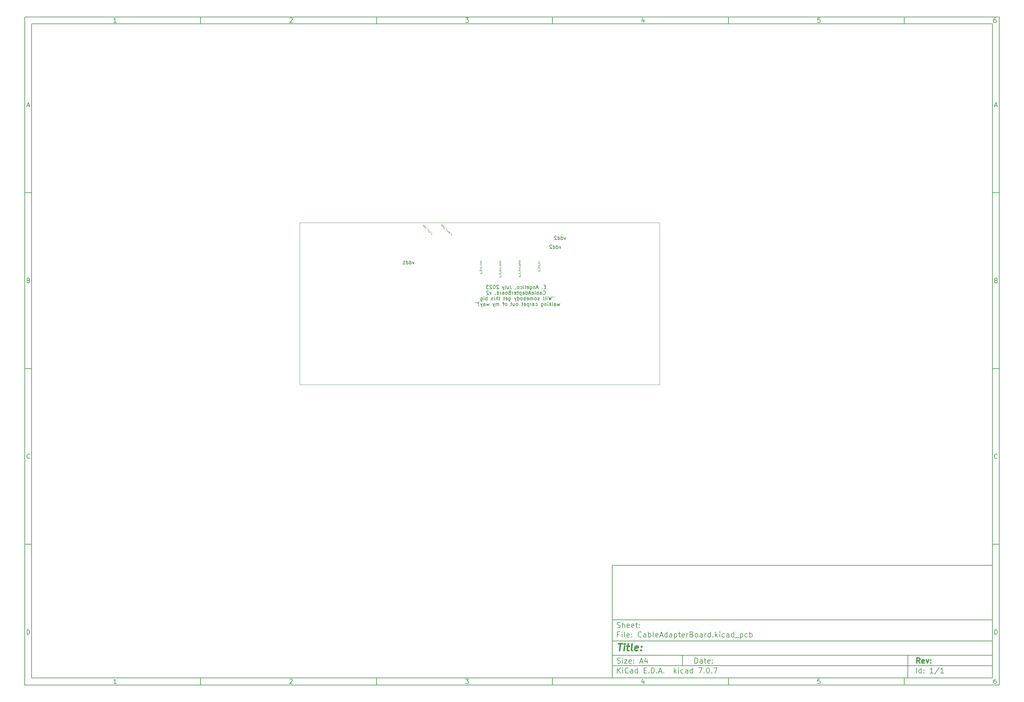
<source format=gbr>
%TF.GenerationSoftware,KiCad,Pcbnew,7.0.7*%
%TF.CreationDate,2023-10-12T14:51:16-07:00*%
%TF.ProjectId,CableAdapterBoard,4361626c-6541-4646-9170-746572426f61,rev?*%
%TF.SameCoordinates,Original*%
%TF.FileFunction,Legend,Bot*%
%TF.FilePolarity,Positive*%
%FSLAX46Y46*%
G04 Gerber Fmt 4.6, Leading zero omitted, Abs format (unit mm)*
G04 Created by KiCad (PCBNEW 7.0.7) date 2023-10-12 14:51:16*
%MOMM*%
%LPD*%
G01*
G04 APERTURE LIST*
%ADD10C,0.100000*%
%ADD11C,0.150000*%
%ADD12C,0.300000*%
%ADD13C,0.400000*%
%ADD14C,0.125000*%
%TA.AperFunction,Profile*%
%ADD15C,0.100000*%
%TD*%
G04 APERTURE END LIST*
D10*
D11*
X177002200Y-166007200D02*
X285002200Y-166007200D01*
X285002200Y-198007200D01*
X177002200Y-198007200D01*
X177002200Y-166007200D01*
D10*
D11*
X10000000Y-10000000D02*
X287002200Y-10000000D01*
X287002200Y-200007200D01*
X10000000Y-200007200D01*
X10000000Y-10000000D01*
D10*
D11*
X12000000Y-12000000D02*
X285002200Y-12000000D01*
X285002200Y-198007200D01*
X12000000Y-198007200D01*
X12000000Y-12000000D01*
D10*
D11*
X60000000Y-12000000D02*
X60000000Y-10000000D01*
D10*
D11*
X110000000Y-12000000D02*
X110000000Y-10000000D01*
D10*
D11*
X160000000Y-12000000D02*
X160000000Y-10000000D01*
D10*
D11*
X210000000Y-12000000D02*
X210000000Y-10000000D01*
D10*
D11*
X260000000Y-12000000D02*
X260000000Y-10000000D01*
D10*
D11*
X36089160Y-11593604D02*
X35346303Y-11593604D01*
X35717731Y-11593604D02*
X35717731Y-10293604D01*
X35717731Y-10293604D02*
X35593922Y-10479319D01*
X35593922Y-10479319D02*
X35470112Y-10603128D01*
X35470112Y-10603128D02*
X35346303Y-10665033D01*
D10*
D11*
X85346303Y-10417414D02*
X85408207Y-10355509D01*
X85408207Y-10355509D02*
X85532017Y-10293604D01*
X85532017Y-10293604D02*
X85841541Y-10293604D01*
X85841541Y-10293604D02*
X85965350Y-10355509D01*
X85965350Y-10355509D02*
X86027255Y-10417414D01*
X86027255Y-10417414D02*
X86089160Y-10541223D01*
X86089160Y-10541223D02*
X86089160Y-10665033D01*
X86089160Y-10665033D02*
X86027255Y-10850747D01*
X86027255Y-10850747D02*
X85284398Y-11593604D01*
X85284398Y-11593604D02*
X86089160Y-11593604D01*
D10*
D11*
X135284398Y-10293604D02*
X136089160Y-10293604D01*
X136089160Y-10293604D02*
X135655826Y-10788842D01*
X135655826Y-10788842D02*
X135841541Y-10788842D01*
X135841541Y-10788842D02*
X135965350Y-10850747D01*
X135965350Y-10850747D02*
X136027255Y-10912652D01*
X136027255Y-10912652D02*
X136089160Y-11036461D01*
X136089160Y-11036461D02*
X136089160Y-11345985D01*
X136089160Y-11345985D02*
X136027255Y-11469795D01*
X136027255Y-11469795D02*
X135965350Y-11531700D01*
X135965350Y-11531700D02*
X135841541Y-11593604D01*
X135841541Y-11593604D02*
X135470112Y-11593604D01*
X135470112Y-11593604D02*
X135346303Y-11531700D01*
X135346303Y-11531700D02*
X135284398Y-11469795D01*
D10*
D11*
X185965350Y-10726938D02*
X185965350Y-11593604D01*
X185655826Y-10231700D02*
X185346303Y-11160271D01*
X185346303Y-11160271D02*
X186151064Y-11160271D01*
D10*
D11*
X236027255Y-10293604D02*
X235408207Y-10293604D01*
X235408207Y-10293604D02*
X235346303Y-10912652D01*
X235346303Y-10912652D02*
X235408207Y-10850747D01*
X235408207Y-10850747D02*
X235532017Y-10788842D01*
X235532017Y-10788842D02*
X235841541Y-10788842D01*
X235841541Y-10788842D02*
X235965350Y-10850747D01*
X235965350Y-10850747D02*
X236027255Y-10912652D01*
X236027255Y-10912652D02*
X236089160Y-11036461D01*
X236089160Y-11036461D02*
X236089160Y-11345985D01*
X236089160Y-11345985D02*
X236027255Y-11469795D01*
X236027255Y-11469795D02*
X235965350Y-11531700D01*
X235965350Y-11531700D02*
X235841541Y-11593604D01*
X235841541Y-11593604D02*
X235532017Y-11593604D01*
X235532017Y-11593604D02*
X235408207Y-11531700D01*
X235408207Y-11531700D02*
X235346303Y-11469795D01*
D10*
D11*
X285965350Y-10293604D02*
X285717731Y-10293604D01*
X285717731Y-10293604D02*
X285593922Y-10355509D01*
X285593922Y-10355509D02*
X285532017Y-10417414D01*
X285532017Y-10417414D02*
X285408207Y-10603128D01*
X285408207Y-10603128D02*
X285346303Y-10850747D01*
X285346303Y-10850747D02*
X285346303Y-11345985D01*
X285346303Y-11345985D02*
X285408207Y-11469795D01*
X285408207Y-11469795D02*
X285470112Y-11531700D01*
X285470112Y-11531700D02*
X285593922Y-11593604D01*
X285593922Y-11593604D02*
X285841541Y-11593604D01*
X285841541Y-11593604D02*
X285965350Y-11531700D01*
X285965350Y-11531700D02*
X286027255Y-11469795D01*
X286027255Y-11469795D02*
X286089160Y-11345985D01*
X286089160Y-11345985D02*
X286089160Y-11036461D01*
X286089160Y-11036461D02*
X286027255Y-10912652D01*
X286027255Y-10912652D02*
X285965350Y-10850747D01*
X285965350Y-10850747D02*
X285841541Y-10788842D01*
X285841541Y-10788842D02*
X285593922Y-10788842D01*
X285593922Y-10788842D02*
X285470112Y-10850747D01*
X285470112Y-10850747D02*
X285408207Y-10912652D01*
X285408207Y-10912652D02*
X285346303Y-11036461D01*
D10*
D11*
X60000000Y-198007200D02*
X60000000Y-200007200D01*
D10*
D11*
X110000000Y-198007200D02*
X110000000Y-200007200D01*
D10*
D11*
X160000000Y-198007200D02*
X160000000Y-200007200D01*
D10*
D11*
X210000000Y-198007200D02*
X210000000Y-200007200D01*
D10*
D11*
X260000000Y-198007200D02*
X260000000Y-200007200D01*
D10*
D11*
X36089160Y-199600804D02*
X35346303Y-199600804D01*
X35717731Y-199600804D02*
X35717731Y-198300804D01*
X35717731Y-198300804D02*
X35593922Y-198486519D01*
X35593922Y-198486519D02*
X35470112Y-198610328D01*
X35470112Y-198610328D02*
X35346303Y-198672233D01*
D10*
D11*
X85346303Y-198424614D02*
X85408207Y-198362709D01*
X85408207Y-198362709D02*
X85532017Y-198300804D01*
X85532017Y-198300804D02*
X85841541Y-198300804D01*
X85841541Y-198300804D02*
X85965350Y-198362709D01*
X85965350Y-198362709D02*
X86027255Y-198424614D01*
X86027255Y-198424614D02*
X86089160Y-198548423D01*
X86089160Y-198548423D02*
X86089160Y-198672233D01*
X86089160Y-198672233D02*
X86027255Y-198857947D01*
X86027255Y-198857947D02*
X85284398Y-199600804D01*
X85284398Y-199600804D02*
X86089160Y-199600804D01*
D10*
D11*
X135284398Y-198300804D02*
X136089160Y-198300804D01*
X136089160Y-198300804D02*
X135655826Y-198796042D01*
X135655826Y-198796042D02*
X135841541Y-198796042D01*
X135841541Y-198796042D02*
X135965350Y-198857947D01*
X135965350Y-198857947D02*
X136027255Y-198919852D01*
X136027255Y-198919852D02*
X136089160Y-199043661D01*
X136089160Y-199043661D02*
X136089160Y-199353185D01*
X136089160Y-199353185D02*
X136027255Y-199476995D01*
X136027255Y-199476995D02*
X135965350Y-199538900D01*
X135965350Y-199538900D02*
X135841541Y-199600804D01*
X135841541Y-199600804D02*
X135470112Y-199600804D01*
X135470112Y-199600804D02*
X135346303Y-199538900D01*
X135346303Y-199538900D02*
X135284398Y-199476995D01*
D10*
D11*
X185965350Y-198734138D02*
X185965350Y-199600804D01*
X185655826Y-198238900D02*
X185346303Y-199167471D01*
X185346303Y-199167471D02*
X186151064Y-199167471D01*
D10*
D11*
X236027255Y-198300804D02*
X235408207Y-198300804D01*
X235408207Y-198300804D02*
X235346303Y-198919852D01*
X235346303Y-198919852D02*
X235408207Y-198857947D01*
X235408207Y-198857947D02*
X235532017Y-198796042D01*
X235532017Y-198796042D02*
X235841541Y-198796042D01*
X235841541Y-198796042D02*
X235965350Y-198857947D01*
X235965350Y-198857947D02*
X236027255Y-198919852D01*
X236027255Y-198919852D02*
X236089160Y-199043661D01*
X236089160Y-199043661D02*
X236089160Y-199353185D01*
X236089160Y-199353185D02*
X236027255Y-199476995D01*
X236027255Y-199476995D02*
X235965350Y-199538900D01*
X235965350Y-199538900D02*
X235841541Y-199600804D01*
X235841541Y-199600804D02*
X235532017Y-199600804D01*
X235532017Y-199600804D02*
X235408207Y-199538900D01*
X235408207Y-199538900D02*
X235346303Y-199476995D01*
D10*
D11*
X285965350Y-198300804D02*
X285717731Y-198300804D01*
X285717731Y-198300804D02*
X285593922Y-198362709D01*
X285593922Y-198362709D02*
X285532017Y-198424614D01*
X285532017Y-198424614D02*
X285408207Y-198610328D01*
X285408207Y-198610328D02*
X285346303Y-198857947D01*
X285346303Y-198857947D02*
X285346303Y-199353185D01*
X285346303Y-199353185D02*
X285408207Y-199476995D01*
X285408207Y-199476995D02*
X285470112Y-199538900D01*
X285470112Y-199538900D02*
X285593922Y-199600804D01*
X285593922Y-199600804D02*
X285841541Y-199600804D01*
X285841541Y-199600804D02*
X285965350Y-199538900D01*
X285965350Y-199538900D02*
X286027255Y-199476995D01*
X286027255Y-199476995D02*
X286089160Y-199353185D01*
X286089160Y-199353185D02*
X286089160Y-199043661D01*
X286089160Y-199043661D02*
X286027255Y-198919852D01*
X286027255Y-198919852D02*
X285965350Y-198857947D01*
X285965350Y-198857947D02*
X285841541Y-198796042D01*
X285841541Y-198796042D02*
X285593922Y-198796042D01*
X285593922Y-198796042D02*
X285470112Y-198857947D01*
X285470112Y-198857947D02*
X285408207Y-198919852D01*
X285408207Y-198919852D02*
X285346303Y-199043661D01*
D10*
D11*
X10000000Y-60000000D02*
X12000000Y-60000000D01*
D10*
D11*
X10000000Y-110000000D02*
X12000000Y-110000000D01*
D10*
D11*
X10000000Y-160000000D02*
X12000000Y-160000000D01*
D10*
D11*
X10690476Y-35222176D02*
X11309523Y-35222176D01*
X10566666Y-35593604D02*
X10999999Y-34293604D01*
X10999999Y-34293604D02*
X11433333Y-35593604D01*
D10*
D11*
X11092857Y-84912652D02*
X11278571Y-84974557D01*
X11278571Y-84974557D02*
X11340476Y-85036461D01*
X11340476Y-85036461D02*
X11402380Y-85160271D01*
X11402380Y-85160271D02*
X11402380Y-85345985D01*
X11402380Y-85345985D02*
X11340476Y-85469795D01*
X11340476Y-85469795D02*
X11278571Y-85531700D01*
X11278571Y-85531700D02*
X11154761Y-85593604D01*
X11154761Y-85593604D02*
X10659523Y-85593604D01*
X10659523Y-85593604D02*
X10659523Y-84293604D01*
X10659523Y-84293604D02*
X11092857Y-84293604D01*
X11092857Y-84293604D02*
X11216666Y-84355509D01*
X11216666Y-84355509D02*
X11278571Y-84417414D01*
X11278571Y-84417414D02*
X11340476Y-84541223D01*
X11340476Y-84541223D02*
X11340476Y-84665033D01*
X11340476Y-84665033D02*
X11278571Y-84788842D01*
X11278571Y-84788842D02*
X11216666Y-84850747D01*
X11216666Y-84850747D02*
X11092857Y-84912652D01*
X11092857Y-84912652D02*
X10659523Y-84912652D01*
D10*
D11*
X11402380Y-135469795D02*
X11340476Y-135531700D01*
X11340476Y-135531700D02*
X11154761Y-135593604D01*
X11154761Y-135593604D02*
X11030952Y-135593604D01*
X11030952Y-135593604D02*
X10845238Y-135531700D01*
X10845238Y-135531700D02*
X10721428Y-135407890D01*
X10721428Y-135407890D02*
X10659523Y-135284080D01*
X10659523Y-135284080D02*
X10597619Y-135036461D01*
X10597619Y-135036461D02*
X10597619Y-134850747D01*
X10597619Y-134850747D02*
X10659523Y-134603128D01*
X10659523Y-134603128D02*
X10721428Y-134479319D01*
X10721428Y-134479319D02*
X10845238Y-134355509D01*
X10845238Y-134355509D02*
X11030952Y-134293604D01*
X11030952Y-134293604D02*
X11154761Y-134293604D01*
X11154761Y-134293604D02*
X11340476Y-134355509D01*
X11340476Y-134355509D02*
X11402380Y-134417414D01*
D10*
D11*
X10659523Y-185593604D02*
X10659523Y-184293604D01*
X10659523Y-184293604D02*
X10969047Y-184293604D01*
X10969047Y-184293604D02*
X11154761Y-184355509D01*
X11154761Y-184355509D02*
X11278571Y-184479319D01*
X11278571Y-184479319D02*
X11340476Y-184603128D01*
X11340476Y-184603128D02*
X11402380Y-184850747D01*
X11402380Y-184850747D02*
X11402380Y-185036461D01*
X11402380Y-185036461D02*
X11340476Y-185284080D01*
X11340476Y-185284080D02*
X11278571Y-185407890D01*
X11278571Y-185407890D02*
X11154761Y-185531700D01*
X11154761Y-185531700D02*
X10969047Y-185593604D01*
X10969047Y-185593604D02*
X10659523Y-185593604D01*
D10*
D11*
X287002200Y-60000000D02*
X285002200Y-60000000D01*
D10*
D11*
X287002200Y-110000000D02*
X285002200Y-110000000D01*
D10*
D11*
X287002200Y-160000000D02*
X285002200Y-160000000D01*
D10*
D11*
X285692676Y-35222176D02*
X286311723Y-35222176D01*
X285568866Y-35593604D02*
X286002199Y-34293604D01*
X286002199Y-34293604D02*
X286435533Y-35593604D01*
D10*
D11*
X286095057Y-84912652D02*
X286280771Y-84974557D01*
X286280771Y-84974557D02*
X286342676Y-85036461D01*
X286342676Y-85036461D02*
X286404580Y-85160271D01*
X286404580Y-85160271D02*
X286404580Y-85345985D01*
X286404580Y-85345985D02*
X286342676Y-85469795D01*
X286342676Y-85469795D02*
X286280771Y-85531700D01*
X286280771Y-85531700D02*
X286156961Y-85593604D01*
X286156961Y-85593604D02*
X285661723Y-85593604D01*
X285661723Y-85593604D02*
X285661723Y-84293604D01*
X285661723Y-84293604D02*
X286095057Y-84293604D01*
X286095057Y-84293604D02*
X286218866Y-84355509D01*
X286218866Y-84355509D02*
X286280771Y-84417414D01*
X286280771Y-84417414D02*
X286342676Y-84541223D01*
X286342676Y-84541223D02*
X286342676Y-84665033D01*
X286342676Y-84665033D02*
X286280771Y-84788842D01*
X286280771Y-84788842D02*
X286218866Y-84850747D01*
X286218866Y-84850747D02*
X286095057Y-84912652D01*
X286095057Y-84912652D02*
X285661723Y-84912652D01*
D10*
D11*
X286404580Y-135469795D02*
X286342676Y-135531700D01*
X286342676Y-135531700D02*
X286156961Y-135593604D01*
X286156961Y-135593604D02*
X286033152Y-135593604D01*
X286033152Y-135593604D02*
X285847438Y-135531700D01*
X285847438Y-135531700D02*
X285723628Y-135407890D01*
X285723628Y-135407890D02*
X285661723Y-135284080D01*
X285661723Y-135284080D02*
X285599819Y-135036461D01*
X285599819Y-135036461D02*
X285599819Y-134850747D01*
X285599819Y-134850747D02*
X285661723Y-134603128D01*
X285661723Y-134603128D02*
X285723628Y-134479319D01*
X285723628Y-134479319D02*
X285847438Y-134355509D01*
X285847438Y-134355509D02*
X286033152Y-134293604D01*
X286033152Y-134293604D02*
X286156961Y-134293604D01*
X286156961Y-134293604D02*
X286342676Y-134355509D01*
X286342676Y-134355509D02*
X286404580Y-134417414D01*
D10*
D11*
X285661723Y-185593604D02*
X285661723Y-184293604D01*
X285661723Y-184293604D02*
X285971247Y-184293604D01*
X285971247Y-184293604D02*
X286156961Y-184355509D01*
X286156961Y-184355509D02*
X286280771Y-184479319D01*
X286280771Y-184479319D02*
X286342676Y-184603128D01*
X286342676Y-184603128D02*
X286404580Y-184850747D01*
X286404580Y-184850747D02*
X286404580Y-185036461D01*
X286404580Y-185036461D02*
X286342676Y-185284080D01*
X286342676Y-185284080D02*
X286280771Y-185407890D01*
X286280771Y-185407890D02*
X286156961Y-185531700D01*
X286156961Y-185531700D02*
X285971247Y-185593604D01*
X285971247Y-185593604D02*
X285661723Y-185593604D01*
D10*
D11*
X200458026Y-193793328D02*
X200458026Y-192293328D01*
X200458026Y-192293328D02*
X200815169Y-192293328D01*
X200815169Y-192293328D02*
X201029455Y-192364757D01*
X201029455Y-192364757D02*
X201172312Y-192507614D01*
X201172312Y-192507614D02*
X201243741Y-192650471D01*
X201243741Y-192650471D02*
X201315169Y-192936185D01*
X201315169Y-192936185D02*
X201315169Y-193150471D01*
X201315169Y-193150471D02*
X201243741Y-193436185D01*
X201243741Y-193436185D02*
X201172312Y-193579042D01*
X201172312Y-193579042D02*
X201029455Y-193721900D01*
X201029455Y-193721900D02*
X200815169Y-193793328D01*
X200815169Y-193793328D02*
X200458026Y-193793328D01*
X202600884Y-193793328D02*
X202600884Y-193007614D01*
X202600884Y-193007614D02*
X202529455Y-192864757D01*
X202529455Y-192864757D02*
X202386598Y-192793328D01*
X202386598Y-192793328D02*
X202100884Y-192793328D01*
X202100884Y-192793328D02*
X201958026Y-192864757D01*
X202600884Y-193721900D02*
X202458026Y-193793328D01*
X202458026Y-193793328D02*
X202100884Y-193793328D01*
X202100884Y-193793328D02*
X201958026Y-193721900D01*
X201958026Y-193721900D02*
X201886598Y-193579042D01*
X201886598Y-193579042D02*
X201886598Y-193436185D01*
X201886598Y-193436185D02*
X201958026Y-193293328D01*
X201958026Y-193293328D02*
X202100884Y-193221900D01*
X202100884Y-193221900D02*
X202458026Y-193221900D01*
X202458026Y-193221900D02*
X202600884Y-193150471D01*
X203100884Y-192793328D02*
X203672312Y-192793328D01*
X203315169Y-192293328D02*
X203315169Y-193579042D01*
X203315169Y-193579042D02*
X203386598Y-193721900D01*
X203386598Y-193721900D02*
X203529455Y-193793328D01*
X203529455Y-193793328D02*
X203672312Y-193793328D01*
X204743741Y-193721900D02*
X204600884Y-193793328D01*
X204600884Y-193793328D02*
X204315170Y-193793328D01*
X204315170Y-193793328D02*
X204172312Y-193721900D01*
X204172312Y-193721900D02*
X204100884Y-193579042D01*
X204100884Y-193579042D02*
X204100884Y-193007614D01*
X204100884Y-193007614D02*
X204172312Y-192864757D01*
X204172312Y-192864757D02*
X204315170Y-192793328D01*
X204315170Y-192793328D02*
X204600884Y-192793328D01*
X204600884Y-192793328D02*
X204743741Y-192864757D01*
X204743741Y-192864757D02*
X204815170Y-193007614D01*
X204815170Y-193007614D02*
X204815170Y-193150471D01*
X204815170Y-193150471D02*
X204100884Y-193293328D01*
X205458026Y-193650471D02*
X205529455Y-193721900D01*
X205529455Y-193721900D02*
X205458026Y-193793328D01*
X205458026Y-193793328D02*
X205386598Y-193721900D01*
X205386598Y-193721900D02*
X205458026Y-193650471D01*
X205458026Y-193650471D02*
X205458026Y-193793328D01*
X205458026Y-192864757D02*
X205529455Y-192936185D01*
X205529455Y-192936185D02*
X205458026Y-193007614D01*
X205458026Y-193007614D02*
X205386598Y-192936185D01*
X205386598Y-192936185D02*
X205458026Y-192864757D01*
X205458026Y-192864757D02*
X205458026Y-193007614D01*
D10*
D11*
X177002200Y-194507200D02*
X285002200Y-194507200D01*
D10*
D11*
X178458026Y-196593328D02*
X178458026Y-195093328D01*
X179315169Y-196593328D02*
X178672312Y-195736185D01*
X179315169Y-195093328D02*
X178458026Y-195950471D01*
X179958026Y-196593328D02*
X179958026Y-195593328D01*
X179958026Y-195093328D02*
X179886598Y-195164757D01*
X179886598Y-195164757D02*
X179958026Y-195236185D01*
X179958026Y-195236185D02*
X180029455Y-195164757D01*
X180029455Y-195164757D02*
X179958026Y-195093328D01*
X179958026Y-195093328D02*
X179958026Y-195236185D01*
X181529455Y-196450471D02*
X181458027Y-196521900D01*
X181458027Y-196521900D02*
X181243741Y-196593328D01*
X181243741Y-196593328D02*
X181100884Y-196593328D01*
X181100884Y-196593328D02*
X180886598Y-196521900D01*
X180886598Y-196521900D02*
X180743741Y-196379042D01*
X180743741Y-196379042D02*
X180672312Y-196236185D01*
X180672312Y-196236185D02*
X180600884Y-195950471D01*
X180600884Y-195950471D02*
X180600884Y-195736185D01*
X180600884Y-195736185D02*
X180672312Y-195450471D01*
X180672312Y-195450471D02*
X180743741Y-195307614D01*
X180743741Y-195307614D02*
X180886598Y-195164757D01*
X180886598Y-195164757D02*
X181100884Y-195093328D01*
X181100884Y-195093328D02*
X181243741Y-195093328D01*
X181243741Y-195093328D02*
X181458027Y-195164757D01*
X181458027Y-195164757D02*
X181529455Y-195236185D01*
X182815170Y-196593328D02*
X182815170Y-195807614D01*
X182815170Y-195807614D02*
X182743741Y-195664757D01*
X182743741Y-195664757D02*
X182600884Y-195593328D01*
X182600884Y-195593328D02*
X182315170Y-195593328D01*
X182315170Y-195593328D02*
X182172312Y-195664757D01*
X182815170Y-196521900D02*
X182672312Y-196593328D01*
X182672312Y-196593328D02*
X182315170Y-196593328D01*
X182315170Y-196593328D02*
X182172312Y-196521900D01*
X182172312Y-196521900D02*
X182100884Y-196379042D01*
X182100884Y-196379042D02*
X182100884Y-196236185D01*
X182100884Y-196236185D02*
X182172312Y-196093328D01*
X182172312Y-196093328D02*
X182315170Y-196021900D01*
X182315170Y-196021900D02*
X182672312Y-196021900D01*
X182672312Y-196021900D02*
X182815170Y-195950471D01*
X184172313Y-196593328D02*
X184172313Y-195093328D01*
X184172313Y-196521900D02*
X184029455Y-196593328D01*
X184029455Y-196593328D02*
X183743741Y-196593328D01*
X183743741Y-196593328D02*
X183600884Y-196521900D01*
X183600884Y-196521900D02*
X183529455Y-196450471D01*
X183529455Y-196450471D02*
X183458027Y-196307614D01*
X183458027Y-196307614D02*
X183458027Y-195879042D01*
X183458027Y-195879042D02*
X183529455Y-195736185D01*
X183529455Y-195736185D02*
X183600884Y-195664757D01*
X183600884Y-195664757D02*
X183743741Y-195593328D01*
X183743741Y-195593328D02*
X184029455Y-195593328D01*
X184029455Y-195593328D02*
X184172313Y-195664757D01*
X186029455Y-195807614D02*
X186529455Y-195807614D01*
X186743741Y-196593328D02*
X186029455Y-196593328D01*
X186029455Y-196593328D02*
X186029455Y-195093328D01*
X186029455Y-195093328D02*
X186743741Y-195093328D01*
X187386598Y-196450471D02*
X187458027Y-196521900D01*
X187458027Y-196521900D02*
X187386598Y-196593328D01*
X187386598Y-196593328D02*
X187315170Y-196521900D01*
X187315170Y-196521900D02*
X187386598Y-196450471D01*
X187386598Y-196450471D02*
X187386598Y-196593328D01*
X188100884Y-196593328D02*
X188100884Y-195093328D01*
X188100884Y-195093328D02*
X188458027Y-195093328D01*
X188458027Y-195093328D02*
X188672313Y-195164757D01*
X188672313Y-195164757D02*
X188815170Y-195307614D01*
X188815170Y-195307614D02*
X188886599Y-195450471D01*
X188886599Y-195450471D02*
X188958027Y-195736185D01*
X188958027Y-195736185D02*
X188958027Y-195950471D01*
X188958027Y-195950471D02*
X188886599Y-196236185D01*
X188886599Y-196236185D02*
X188815170Y-196379042D01*
X188815170Y-196379042D02*
X188672313Y-196521900D01*
X188672313Y-196521900D02*
X188458027Y-196593328D01*
X188458027Y-196593328D02*
X188100884Y-196593328D01*
X189600884Y-196450471D02*
X189672313Y-196521900D01*
X189672313Y-196521900D02*
X189600884Y-196593328D01*
X189600884Y-196593328D02*
X189529456Y-196521900D01*
X189529456Y-196521900D02*
X189600884Y-196450471D01*
X189600884Y-196450471D02*
X189600884Y-196593328D01*
X190243742Y-196164757D02*
X190958028Y-196164757D01*
X190100885Y-196593328D02*
X190600885Y-195093328D01*
X190600885Y-195093328D02*
X191100885Y-196593328D01*
X191600884Y-196450471D02*
X191672313Y-196521900D01*
X191672313Y-196521900D02*
X191600884Y-196593328D01*
X191600884Y-196593328D02*
X191529456Y-196521900D01*
X191529456Y-196521900D02*
X191600884Y-196450471D01*
X191600884Y-196450471D02*
X191600884Y-196593328D01*
X194600884Y-196593328D02*
X194600884Y-195093328D01*
X194743742Y-196021900D02*
X195172313Y-196593328D01*
X195172313Y-195593328D02*
X194600884Y-196164757D01*
X195815170Y-196593328D02*
X195815170Y-195593328D01*
X195815170Y-195093328D02*
X195743742Y-195164757D01*
X195743742Y-195164757D02*
X195815170Y-195236185D01*
X195815170Y-195236185D02*
X195886599Y-195164757D01*
X195886599Y-195164757D02*
X195815170Y-195093328D01*
X195815170Y-195093328D02*
X195815170Y-195236185D01*
X197172314Y-196521900D02*
X197029456Y-196593328D01*
X197029456Y-196593328D02*
X196743742Y-196593328D01*
X196743742Y-196593328D02*
X196600885Y-196521900D01*
X196600885Y-196521900D02*
X196529456Y-196450471D01*
X196529456Y-196450471D02*
X196458028Y-196307614D01*
X196458028Y-196307614D02*
X196458028Y-195879042D01*
X196458028Y-195879042D02*
X196529456Y-195736185D01*
X196529456Y-195736185D02*
X196600885Y-195664757D01*
X196600885Y-195664757D02*
X196743742Y-195593328D01*
X196743742Y-195593328D02*
X197029456Y-195593328D01*
X197029456Y-195593328D02*
X197172314Y-195664757D01*
X198458028Y-196593328D02*
X198458028Y-195807614D01*
X198458028Y-195807614D02*
X198386599Y-195664757D01*
X198386599Y-195664757D02*
X198243742Y-195593328D01*
X198243742Y-195593328D02*
X197958028Y-195593328D01*
X197958028Y-195593328D02*
X197815170Y-195664757D01*
X198458028Y-196521900D02*
X198315170Y-196593328D01*
X198315170Y-196593328D02*
X197958028Y-196593328D01*
X197958028Y-196593328D02*
X197815170Y-196521900D01*
X197815170Y-196521900D02*
X197743742Y-196379042D01*
X197743742Y-196379042D02*
X197743742Y-196236185D01*
X197743742Y-196236185D02*
X197815170Y-196093328D01*
X197815170Y-196093328D02*
X197958028Y-196021900D01*
X197958028Y-196021900D02*
X198315170Y-196021900D01*
X198315170Y-196021900D02*
X198458028Y-195950471D01*
X199815171Y-196593328D02*
X199815171Y-195093328D01*
X199815171Y-196521900D02*
X199672313Y-196593328D01*
X199672313Y-196593328D02*
X199386599Y-196593328D01*
X199386599Y-196593328D02*
X199243742Y-196521900D01*
X199243742Y-196521900D02*
X199172313Y-196450471D01*
X199172313Y-196450471D02*
X199100885Y-196307614D01*
X199100885Y-196307614D02*
X199100885Y-195879042D01*
X199100885Y-195879042D02*
X199172313Y-195736185D01*
X199172313Y-195736185D02*
X199243742Y-195664757D01*
X199243742Y-195664757D02*
X199386599Y-195593328D01*
X199386599Y-195593328D02*
X199672313Y-195593328D01*
X199672313Y-195593328D02*
X199815171Y-195664757D01*
X201529456Y-195093328D02*
X202529456Y-195093328D01*
X202529456Y-195093328D02*
X201886599Y-196593328D01*
X203100884Y-196450471D02*
X203172313Y-196521900D01*
X203172313Y-196521900D02*
X203100884Y-196593328D01*
X203100884Y-196593328D02*
X203029456Y-196521900D01*
X203029456Y-196521900D02*
X203100884Y-196450471D01*
X203100884Y-196450471D02*
X203100884Y-196593328D01*
X204100885Y-195093328D02*
X204243742Y-195093328D01*
X204243742Y-195093328D02*
X204386599Y-195164757D01*
X204386599Y-195164757D02*
X204458028Y-195236185D01*
X204458028Y-195236185D02*
X204529456Y-195379042D01*
X204529456Y-195379042D02*
X204600885Y-195664757D01*
X204600885Y-195664757D02*
X204600885Y-196021900D01*
X204600885Y-196021900D02*
X204529456Y-196307614D01*
X204529456Y-196307614D02*
X204458028Y-196450471D01*
X204458028Y-196450471D02*
X204386599Y-196521900D01*
X204386599Y-196521900D02*
X204243742Y-196593328D01*
X204243742Y-196593328D02*
X204100885Y-196593328D01*
X204100885Y-196593328D02*
X203958028Y-196521900D01*
X203958028Y-196521900D02*
X203886599Y-196450471D01*
X203886599Y-196450471D02*
X203815170Y-196307614D01*
X203815170Y-196307614D02*
X203743742Y-196021900D01*
X203743742Y-196021900D02*
X203743742Y-195664757D01*
X203743742Y-195664757D02*
X203815170Y-195379042D01*
X203815170Y-195379042D02*
X203886599Y-195236185D01*
X203886599Y-195236185D02*
X203958028Y-195164757D01*
X203958028Y-195164757D02*
X204100885Y-195093328D01*
X205243741Y-196450471D02*
X205315170Y-196521900D01*
X205315170Y-196521900D02*
X205243741Y-196593328D01*
X205243741Y-196593328D02*
X205172313Y-196521900D01*
X205172313Y-196521900D02*
X205243741Y-196450471D01*
X205243741Y-196450471D02*
X205243741Y-196593328D01*
X205815170Y-195093328D02*
X206815170Y-195093328D01*
X206815170Y-195093328D02*
X206172313Y-196593328D01*
D10*
D11*
X177002200Y-191507200D02*
X285002200Y-191507200D01*
D10*
D12*
X264413853Y-193785528D02*
X263913853Y-193071242D01*
X263556710Y-193785528D02*
X263556710Y-192285528D01*
X263556710Y-192285528D02*
X264128139Y-192285528D01*
X264128139Y-192285528D02*
X264270996Y-192356957D01*
X264270996Y-192356957D02*
X264342425Y-192428385D01*
X264342425Y-192428385D02*
X264413853Y-192571242D01*
X264413853Y-192571242D02*
X264413853Y-192785528D01*
X264413853Y-192785528D02*
X264342425Y-192928385D01*
X264342425Y-192928385D02*
X264270996Y-192999814D01*
X264270996Y-192999814D02*
X264128139Y-193071242D01*
X264128139Y-193071242D02*
X263556710Y-193071242D01*
X265628139Y-193714100D02*
X265485282Y-193785528D01*
X265485282Y-193785528D02*
X265199568Y-193785528D01*
X265199568Y-193785528D02*
X265056710Y-193714100D01*
X265056710Y-193714100D02*
X264985282Y-193571242D01*
X264985282Y-193571242D02*
X264985282Y-192999814D01*
X264985282Y-192999814D02*
X265056710Y-192856957D01*
X265056710Y-192856957D02*
X265199568Y-192785528D01*
X265199568Y-192785528D02*
X265485282Y-192785528D01*
X265485282Y-192785528D02*
X265628139Y-192856957D01*
X265628139Y-192856957D02*
X265699568Y-192999814D01*
X265699568Y-192999814D02*
X265699568Y-193142671D01*
X265699568Y-193142671D02*
X264985282Y-193285528D01*
X266199567Y-192785528D02*
X266556710Y-193785528D01*
X266556710Y-193785528D02*
X266913853Y-192785528D01*
X267485281Y-193642671D02*
X267556710Y-193714100D01*
X267556710Y-193714100D02*
X267485281Y-193785528D01*
X267485281Y-193785528D02*
X267413853Y-193714100D01*
X267413853Y-193714100D02*
X267485281Y-193642671D01*
X267485281Y-193642671D02*
X267485281Y-193785528D01*
X267485281Y-192856957D02*
X267556710Y-192928385D01*
X267556710Y-192928385D02*
X267485281Y-192999814D01*
X267485281Y-192999814D02*
X267413853Y-192928385D01*
X267413853Y-192928385D02*
X267485281Y-192856957D01*
X267485281Y-192856957D02*
X267485281Y-192999814D01*
D10*
D11*
X178386598Y-193721900D02*
X178600884Y-193793328D01*
X178600884Y-193793328D02*
X178958026Y-193793328D01*
X178958026Y-193793328D02*
X179100884Y-193721900D01*
X179100884Y-193721900D02*
X179172312Y-193650471D01*
X179172312Y-193650471D02*
X179243741Y-193507614D01*
X179243741Y-193507614D02*
X179243741Y-193364757D01*
X179243741Y-193364757D02*
X179172312Y-193221900D01*
X179172312Y-193221900D02*
X179100884Y-193150471D01*
X179100884Y-193150471D02*
X178958026Y-193079042D01*
X178958026Y-193079042D02*
X178672312Y-193007614D01*
X178672312Y-193007614D02*
X178529455Y-192936185D01*
X178529455Y-192936185D02*
X178458026Y-192864757D01*
X178458026Y-192864757D02*
X178386598Y-192721900D01*
X178386598Y-192721900D02*
X178386598Y-192579042D01*
X178386598Y-192579042D02*
X178458026Y-192436185D01*
X178458026Y-192436185D02*
X178529455Y-192364757D01*
X178529455Y-192364757D02*
X178672312Y-192293328D01*
X178672312Y-192293328D02*
X179029455Y-192293328D01*
X179029455Y-192293328D02*
X179243741Y-192364757D01*
X179886597Y-193793328D02*
X179886597Y-192793328D01*
X179886597Y-192293328D02*
X179815169Y-192364757D01*
X179815169Y-192364757D02*
X179886597Y-192436185D01*
X179886597Y-192436185D02*
X179958026Y-192364757D01*
X179958026Y-192364757D02*
X179886597Y-192293328D01*
X179886597Y-192293328D02*
X179886597Y-192436185D01*
X180458026Y-192793328D02*
X181243741Y-192793328D01*
X181243741Y-192793328D02*
X180458026Y-193793328D01*
X180458026Y-193793328D02*
X181243741Y-193793328D01*
X182386598Y-193721900D02*
X182243741Y-193793328D01*
X182243741Y-193793328D02*
X181958027Y-193793328D01*
X181958027Y-193793328D02*
X181815169Y-193721900D01*
X181815169Y-193721900D02*
X181743741Y-193579042D01*
X181743741Y-193579042D02*
X181743741Y-193007614D01*
X181743741Y-193007614D02*
X181815169Y-192864757D01*
X181815169Y-192864757D02*
X181958027Y-192793328D01*
X181958027Y-192793328D02*
X182243741Y-192793328D01*
X182243741Y-192793328D02*
X182386598Y-192864757D01*
X182386598Y-192864757D02*
X182458027Y-193007614D01*
X182458027Y-193007614D02*
X182458027Y-193150471D01*
X182458027Y-193150471D02*
X181743741Y-193293328D01*
X183100883Y-193650471D02*
X183172312Y-193721900D01*
X183172312Y-193721900D02*
X183100883Y-193793328D01*
X183100883Y-193793328D02*
X183029455Y-193721900D01*
X183029455Y-193721900D02*
X183100883Y-193650471D01*
X183100883Y-193650471D02*
X183100883Y-193793328D01*
X183100883Y-192864757D02*
X183172312Y-192936185D01*
X183172312Y-192936185D02*
X183100883Y-193007614D01*
X183100883Y-193007614D02*
X183029455Y-192936185D01*
X183029455Y-192936185D02*
X183100883Y-192864757D01*
X183100883Y-192864757D02*
X183100883Y-193007614D01*
X184886598Y-193364757D02*
X185600884Y-193364757D01*
X184743741Y-193793328D02*
X185243741Y-192293328D01*
X185243741Y-192293328D02*
X185743741Y-193793328D01*
X186886598Y-192793328D02*
X186886598Y-193793328D01*
X186529455Y-192221900D02*
X186172312Y-193293328D01*
X186172312Y-193293328D02*
X187100883Y-193293328D01*
D10*
D11*
X263458026Y-196593328D02*
X263458026Y-195093328D01*
X264815170Y-196593328D02*
X264815170Y-195093328D01*
X264815170Y-196521900D02*
X264672312Y-196593328D01*
X264672312Y-196593328D02*
X264386598Y-196593328D01*
X264386598Y-196593328D02*
X264243741Y-196521900D01*
X264243741Y-196521900D02*
X264172312Y-196450471D01*
X264172312Y-196450471D02*
X264100884Y-196307614D01*
X264100884Y-196307614D02*
X264100884Y-195879042D01*
X264100884Y-195879042D02*
X264172312Y-195736185D01*
X264172312Y-195736185D02*
X264243741Y-195664757D01*
X264243741Y-195664757D02*
X264386598Y-195593328D01*
X264386598Y-195593328D02*
X264672312Y-195593328D01*
X264672312Y-195593328D02*
X264815170Y-195664757D01*
X265529455Y-196450471D02*
X265600884Y-196521900D01*
X265600884Y-196521900D02*
X265529455Y-196593328D01*
X265529455Y-196593328D02*
X265458027Y-196521900D01*
X265458027Y-196521900D02*
X265529455Y-196450471D01*
X265529455Y-196450471D02*
X265529455Y-196593328D01*
X265529455Y-195664757D02*
X265600884Y-195736185D01*
X265600884Y-195736185D02*
X265529455Y-195807614D01*
X265529455Y-195807614D02*
X265458027Y-195736185D01*
X265458027Y-195736185D02*
X265529455Y-195664757D01*
X265529455Y-195664757D02*
X265529455Y-195807614D01*
X268172313Y-196593328D02*
X267315170Y-196593328D01*
X267743741Y-196593328D02*
X267743741Y-195093328D01*
X267743741Y-195093328D02*
X267600884Y-195307614D01*
X267600884Y-195307614D02*
X267458027Y-195450471D01*
X267458027Y-195450471D02*
X267315170Y-195521900D01*
X269886598Y-195021900D02*
X268600884Y-196950471D01*
X271172313Y-196593328D02*
X270315170Y-196593328D01*
X270743741Y-196593328D02*
X270743741Y-195093328D01*
X270743741Y-195093328D02*
X270600884Y-195307614D01*
X270600884Y-195307614D02*
X270458027Y-195450471D01*
X270458027Y-195450471D02*
X270315170Y-195521900D01*
D10*
D11*
X177002200Y-187507200D02*
X285002200Y-187507200D01*
D10*
D13*
X178693928Y-188211638D02*
X179836785Y-188211638D01*
X179015357Y-190211638D02*
X179265357Y-188211638D01*
X180253452Y-190211638D02*
X180420119Y-188878304D01*
X180503452Y-188211638D02*
X180396309Y-188306876D01*
X180396309Y-188306876D02*
X180479643Y-188402114D01*
X180479643Y-188402114D02*
X180586786Y-188306876D01*
X180586786Y-188306876D02*
X180503452Y-188211638D01*
X180503452Y-188211638D02*
X180479643Y-188402114D01*
X181086786Y-188878304D02*
X181848690Y-188878304D01*
X181455833Y-188211638D02*
X181241548Y-189925923D01*
X181241548Y-189925923D02*
X181312976Y-190116400D01*
X181312976Y-190116400D02*
X181491548Y-190211638D01*
X181491548Y-190211638D02*
X181682024Y-190211638D01*
X182634405Y-190211638D02*
X182455833Y-190116400D01*
X182455833Y-190116400D02*
X182384405Y-189925923D01*
X182384405Y-189925923D02*
X182598690Y-188211638D01*
X184170119Y-190116400D02*
X183967738Y-190211638D01*
X183967738Y-190211638D02*
X183586785Y-190211638D01*
X183586785Y-190211638D02*
X183408214Y-190116400D01*
X183408214Y-190116400D02*
X183336785Y-189925923D01*
X183336785Y-189925923D02*
X183432024Y-189164019D01*
X183432024Y-189164019D02*
X183551071Y-188973542D01*
X183551071Y-188973542D02*
X183753452Y-188878304D01*
X183753452Y-188878304D02*
X184134404Y-188878304D01*
X184134404Y-188878304D02*
X184312976Y-188973542D01*
X184312976Y-188973542D02*
X184384404Y-189164019D01*
X184384404Y-189164019D02*
X184360595Y-189354495D01*
X184360595Y-189354495D02*
X183384404Y-189544971D01*
X185134405Y-190021161D02*
X185217738Y-190116400D01*
X185217738Y-190116400D02*
X185110595Y-190211638D01*
X185110595Y-190211638D02*
X185027262Y-190116400D01*
X185027262Y-190116400D02*
X185134405Y-190021161D01*
X185134405Y-190021161D02*
X185110595Y-190211638D01*
X185265357Y-188973542D02*
X185348690Y-189068780D01*
X185348690Y-189068780D02*
X185241548Y-189164019D01*
X185241548Y-189164019D02*
X185158214Y-189068780D01*
X185158214Y-189068780D02*
X185265357Y-188973542D01*
X185265357Y-188973542D02*
X185241548Y-189164019D01*
D10*
D11*
X178958026Y-185607614D02*
X178458026Y-185607614D01*
X178458026Y-186393328D02*
X178458026Y-184893328D01*
X178458026Y-184893328D02*
X179172312Y-184893328D01*
X179743740Y-186393328D02*
X179743740Y-185393328D01*
X179743740Y-184893328D02*
X179672312Y-184964757D01*
X179672312Y-184964757D02*
X179743740Y-185036185D01*
X179743740Y-185036185D02*
X179815169Y-184964757D01*
X179815169Y-184964757D02*
X179743740Y-184893328D01*
X179743740Y-184893328D02*
X179743740Y-185036185D01*
X180672312Y-186393328D02*
X180529455Y-186321900D01*
X180529455Y-186321900D02*
X180458026Y-186179042D01*
X180458026Y-186179042D02*
X180458026Y-184893328D01*
X181815169Y-186321900D02*
X181672312Y-186393328D01*
X181672312Y-186393328D02*
X181386598Y-186393328D01*
X181386598Y-186393328D02*
X181243740Y-186321900D01*
X181243740Y-186321900D02*
X181172312Y-186179042D01*
X181172312Y-186179042D02*
X181172312Y-185607614D01*
X181172312Y-185607614D02*
X181243740Y-185464757D01*
X181243740Y-185464757D02*
X181386598Y-185393328D01*
X181386598Y-185393328D02*
X181672312Y-185393328D01*
X181672312Y-185393328D02*
X181815169Y-185464757D01*
X181815169Y-185464757D02*
X181886598Y-185607614D01*
X181886598Y-185607614D02*
X181886598Y-185750471D01*
X181886598Y-185750471D02*
X181172312Y-185893328D01*
X182529454Y-186250471D02*
X182600883Y-186321900D01*
X182600883Y-186321900D02*
X182529454Y-186393328D01*
X182529454Y-186393328D02*
X182458026Y-186321900D01*
X182458026Y-186321900D02*
X182529454Y-186250471D01*
X182529454Y-186250471D02*
X182529454Y-186393328D01*
X182529454Y-185464757D02*
X182600883Y-185536185D01*
X182600883Y-185536185D02*
X182529454Y-185607614D01*
X182529454Y-185607614D02*
X182458026Y-185536185D01*
X182458026Y-185536185D02*
X182529454Y-185464757D01*
X182529454Y-185464757D02*
X182529454Y-185607614D01*
X185243740Y-186250471D02*
X185172312Y-186321900D01*
X185172312Y-186321900D02*
X184958026Y-186393328D01*
X184958026Y-186393328D02*
X184815169Y-186393328D01*
X184815169Y-186393328D02*
X184600883Y-186321900D01*
X184600883Y-186321900D02*
X184458026Y-186179042D01*
X184458026Y-186179042D02*
X184386597Y-186036185D01*
X184386597Y-186036185D02*
X184315169Y-185750471D01*
X184315169Y-185750471D02*
X184315169Y-185536185D01*
X184315169Y-185536185D02*
X184386597Y-185250471D01*
X184386597Y-185250471D02*
X184458026Y-185107614D01*
X184458026Y-185107614D02*
X184600883Y-184964757D01*
X184600883Y-184964757D02*
X184815169Y-184893328D01*
X184815169Y-184893328D02*
X184958026Y-184893328D01*
X184958026Y-184893328D02*
X185172312Y-184964757D01*
X185172312Y-184964757D02*
X185243740Y-185036185D01*
X186529455Y-186393328D02*
X186529455Y-185607614D01*
X186529455Y-185607614D02*
X186458026Y-185464757D01*
X186458026Y-185464757D02*
X186315169Y-185393328D01*
X186315169Y-185393328D02*
X186029455Y-185393328D01*
X186029455Y-185393328D02*
X185886597Y-185464757D01*
X186529455Y-186321900D02*
X186386597Y-186393328D01*
X186386597Y-186393328D02*
X186029455Y-186393328D01*
X186029455Y-186393328D02*
X185886597Y-186321900D01*
X185886597Y-186321900D02*
X185815169Y-186179042D01*
X185815169Y-186179042D02*
X185815169Y-186036185D01*
X185815169Y-186036185D02*
X185886597Y-185893328D01*
X185886597Y-185893328D02*
X186029455Y-185821900D01*
X186029455Y-185821900D02*
X186386597Y-185821900D01*
X186386597Y-185821900D02*
X186529455Y-185750471D01*
X187243740Y-186393328D02*
X187243740Y-184893328D01*
X187243740Y-185464757D02*
X187386598Y-185393328D01*
X187386598Y-185393328D02*
X187672312Y-185393328D01*
X187672312Y-185393328D02*
X187815169Y-185464757D01*
X187815169Y-185464757D02*
X187886598Y-185536185D01*
X187886598Y-185536185D02*
X187958026Y-185679042D01*
X187958026Y-185679042D02*
X187958026Y-186107614D01*
X187958026Y-186107614D02*
X187886598Y-186250471D01*
X187886598Y-186250471D02*
X187815169Y-186321900D01*
X187815169Y-186321900D02*
X187672312Y-186393328D01*
X187672312Y-186393328D02*
X187386598Y-186393328D01*
X187386598Y-186393328D02*
X187243740Y-186321900D01*
X188815169Y-186393328D02*
X188672312Y-186321900D01*
X188672312Y-186321900D02*
X188600883Y-186179042D01*
X188600883Y-186179042D02*
X188600883Y-184893328D01*
X189958026Y-186321900D02*
X189815169Y-186393328D01*
X189815169Y-186393328D02*
X189529455Y-186393328D01*
X189529455Y-186393328D02*
X189386597Y-186321900D01*
X189386597Y-186321900D02*
X189315169Y-186179042D01*
X189315169Y-186179042D02*
X189315169Y-185607614D01*
X189315169Y-185607614D02*
X189386597Y-185464757D01*
X189386597Y-185464757D02*
X189529455Y-185393328D01*
X189529455Y-185393328D02*
X189815169Y-185393328D01*
X189815169Y-185393328D02*
X189958026Y-185464757D01*
X189958026Y-185464757D02*
X190029455Y-185607614D01*
X190029455Y-185607614D02*
X190029455Y-185750471D01*
X190029455Y-185750471D02*
X189315169Y-185893328D01*
X190600883Y-185964757D02*
X191315169Y-185964757D01*
X190458026Y-186393328D02*
X190958026Y-184893328D01*
X190958026Y-184893328D02*
X191458026Y-186393328D01*
X192600883Y-186393328D02*
X192600883Y-184893328D01*
X192600883Y-186321900D02*
X192458025Y-186393328D01*
X192458025Y-186393328D02*
X192172311Y-186393328D01*
X192172311Y-186393328D02*
X192029454Y-186321900D01*
X192029454Y-186321900D02*
X191958025Y-186250471D01*
X191958025Y-186250471D02*
X191886597Y-186107614D01*
X191886597Y-186107614D02*
X191886597Y-185679042D01*
X191886597Y-185679042D02*
X191958025Y-185536185D01*
X191958025Y-185536185D02*
X192029454Y-185464757D01*
X192029454Y-185464757D02*
X192172311Y-185393328D01*
X192172311Y-185393328D02*
X192458025Y-185393328D01*
X192458025Y-185393328D02*
X192600883Y-185464757D01*
X193958026Y-186393328D02*
X193958026Y-185607614D01*
X193958026Y-185607614D02*
X193886597Y-185464757D01*
X193886597Y-185464757D02*
X193743740Y-185393328D01*
X193743740Y-185393328D02*
X193458026Y-185393328D01*
X193458026Y-185393328D02*
X193315168Y-185464757D01*
X193958026Y-186321900D02*
X193815168Y-186393328D01*
X193815168Y-186393328D02*
X193458026Y-186393328D01*
X193458026Y-186393328D02*
X193315168Y-186321900D01*
X193315168Y-186321900D02*
X193243740Y-186179042D01*
X193243740Y-186179042D02*
X193243740Y-186036185D01*
X193243740Y-186036185D02*
X193315168Y-185893328D01*
X193315168Y-185893328D02*
X193458026Y-185821900D01*
X193458026Y-185821900D02*
X193815168Y-185821900D01*
X193815168Y-185821900D02*
X193958026Y-185750471D01*
X194672311Y-185393328D02*
X194672311Y-186893328D01*
X194672311Y-185464757D02*
X194815169Y-185393328D01*
X194815169Y-185393328D02*
X195100883Y-185393328D01*
X195100883Y-185393328D02*
X195243740Y-185464757D01*
X195243740Y-185464757D02*
X195315169Y-185536185D01*
X195315169Y-185536185D02*
X195386597Y-185679042D01*
X195386597Y-185679042D02*
X195386597Y-186107614D01*
X195386597Y-186107614D02*
X195315169Y-186250471D01*
X195315169Y-186250471D02*
X195243740Y-186321900D01*
X195243740Y-186321900D02*
X195100883Y-186393328D01*
X195100883Y-186393328D02*
X194815169Y-186393328D01*
X194815169Y-186393328D02*
X194672311Y-186321900D01*
X195815169Y-185393328D02*
X196386597Y-185393328D01*
X196029454Y-184893328D02*
X196029454Y-186179042D01*
X196029454Y-186179042D02*
X196100883Y-186321900D01*
X196100883Y-186321900D02*
X196243740Y-186393328D01*
X196243740Y-186393328D02*
X196386597Y-186393328D01*
X197458026Y-186321900D02*
X197315169Y-186393328D01*
X197315169Y-186393328D02*
X197029455Y-186393328D01*
X197029455Y-186393328D02*
X196886597Y-186321900D01*
X196886597Y-186321900D02*
X196815169Y-186179042D01*
X196815169Y-186179042D02*
X196815169Y-185607614D01*
X196815169Y-185607614D02*
X196886597Y-185464757D01*
X196886597Y-185464757D02*
X197029455Y-185393328D01*
X197029455Y-185393328D02*
X197315169Y-185393328D01*
X197315169Y-185393328D02*
X197458026Y-185464757D01*
X197458026Y-185464757D02*
X197529455Y-185607614D01*
X197529455Y-185607614D02*
X197529455Y-185750471D01*
X197529455Y-185750471D02*
X196815169Y-185893328D01*
X198172311Y-186393328D02*
X198172311Y-185393328D01*
X198172311Y-185679042D02*
X198243740Y-185536185D01*
X198243740Y-185536185D02*
X198315169Y-185464757D01*
X198315169Y-185464757D02*
X198458026Y-185393328D01*
X198458026Y-185393328D02*
X198600883Y-185393328D01*
X199600882Y-185607614D02*
X199815168Y-185679042D01*
X199815168Y-185679042D02*
X199886597Y-185750471D01*
X199886597Y-185750471D02*
X199958025Y-185893328D01*
X199958025Y-185893328D02*
X199958025Y-186107614D01*
X199958025Y-186107614D02*
X199886597Y-186250471D01*
X199886597Y-186250471D02*
X199815168Y-186321900D01*
X199815168Y-186321900D02*
X199672311Y-186393328D01*
X199672311Y-186393328D02*
X199100882Y-186393328D01*
X199100882Y-186393328D02*
X199100882Y-184893328D01*
X199100882Y-184893328D02*
X199600882Y-184893328D01*
X199600882Y-184893328D02*
X199743740Y-184964757D01*
X199743740Y-184964757D02*
X199815168Y-185036185D01*
X199815168Y-185036185D02*
X199886597Y-185179042D01*
X199886597Y-185179042D02*
X199886597Y-185321900D01*
X199886597Y-185321900D02*
X199815168Y-185464757D01*
X199815168Y-185464757D02*
X199743740Y-185536185D01*
X199743740Y-185536185D02*
X199600882Y-185607614D01*
X199600882Y-185607614D02*
X199100882Y-185607614D01*
X200815168Y-186393328D02*
X200672311Y-186321900D01*
X200672311Y-186321900D02*
X200600882Y-186250471D01*
X200600882Y-186250471D02*
X200529454Y-186107614D01*
X200529454Y-186107614D02*
X200529454Y-185679042D01*
X200529454Y-185679042D02*
X200600882Y-185536185D01*
X200600882Y-185536185D02*
X200672311Y-185464757D01*
X200672311Y-185464757D02*
X200815168Y-185393328D01*
X200815168Y-185393328D02*
X201029454Y-185393328D01*
X201029454Y-185393328D02*
X201172311Y-185464757D01*
X201172311Y-185464757D02*
X201243740Y-185536185D01*
X201243740Y-185536185D02*
X201315168Y-185679042D01*
X201315168Y-185679042D02*
X201315168Y-186107614D01*
X201315168Y-186107614D02*
X201243740Y-186250471D01*
X201243740Y-186250471D02*
X201172311Y-186321900D01*
X201172311Y-186321900D02*
X201029454Y-186393328D01*
X201029454Y-186393328D02*
X200815168Y-186393328D01*
X202600883Y-186393328D02*
X202600883Y-185607614D01*
X202600883Y-185607614D02*
X202529454Y-185464757D01*
X202529454Y-185464757D02*
X202386597Y-185393328D01*
X202386597Y-185393328D02*
X202100883Y-185393328D01*
X202100883Y-185393328D02*
X201958025Y-185464757D01*
X202600883Y-186321900D02*
X202458025Y-186393328D01*
X202458025Y-186393328D02*
X202100883Y-186393328D01*
X202100883Y-186393328D02*
X201958025Y-186321900D01*
X201958025Y-186321900D02*
X201886597Y-186179042D01*
X201886597Y-186179042D02*
X201886597Y-186036185D01*
X201886597Y-186036185D02*
X201958025Y-185893328D01*
X201958025Y-185893328D02*
X202100883Y-185821900D01*
X202100883Y-185821900D02*
X202458025Y-185821900D01*
X202458025Y-185821900D02*
X202600883Y-185750471D01*
X203315168Y-186393328D02*
X203315168Y-185393328D01*
X203315168Y-185679042D02*
X203386597Y-185536185D01*
X203386597Y-185536185D02*
X203458026Y-185464757D01*
X203458026Y-185464757D02*
X203600883Y-185393328D01*
X203600883Y-185393328D02*
X203743740Y-185393328D01*
X204886597Y-186393328D02*
X204886597Y-184893328D01*
X204886597Y-186321900D02*
X204743739Y-186393328D01*
X204743739Y-186393328D02*
X204458025Y-186393328D01*
X204458025Y-186393328D02*
X204315168Y-186321900D01*
X204315168Y-186321900D02*
X204243739Y-186250471D01*
X204243739Y-186250471D02*
X204172311Y-186107614D01*
X204172311Y-186107614D02*
X204172311Y-185679042D01*
X204172311Y-185679042D02*
X204243739Y-185536185D01*
X204243739Y-185536185D02*
X204315168Y-185464757D01*
X204315168Y-185464757D02*
X204458025Y-185393328D01*
X204458025Y-185393328D02*
X204743739Y-185393328D01*
X204743739Y-185393328D02*
X204886597Y-185464757D01*
X205600882Y-186250471D02*
X205672311Y-186321900D01*
X205672311Y-186321900D02*
X205600882Y-186393328D01*
X205600882Y-186393328D02*
X205529454Y-186321900D01*
X205529454Y-186321900D02*
X205600882Y-186250471D01*
X205600882Y-186250471D02*
X205600882Y-186393328D01*
X206315168Y-186393328D02*
X206315168Y-184893328D01*
X206458026Y-185821900D02*
X206886597Y-186393328D01*
X206886597Y-185393328D02*
X206315168Y-185964757D01*
X207529454Y-186393328D02*
X207529454Y-185393328D01*
X207529454Y-184893328D02*
X207458026Y-184964757D01*
X207458026Y-184964757D02*
X207529454Y-185036185D01*
X207529454Y-185036185D02*
X207600883Y-184964757D01*
X207600883Y-184964757D02*
X207529454Y-184893328D01*
X207529454Y-184893328D02*
X207529454Y-185036185D01*
X208886598Y-186321900D02*
X208743740Y-186393328D01*
X208743740Y-186393328D02*
X208458026Y-186393328D01*
X208458026Y-186393328D02*
X208315169Y-186321900D01*
X208315169Y-186321900D02*
X208243740Y-186250471D01*
X208243740Y-186250471D02*
X208172312Y-186107614D01*
X208172312Y-186107614D02*
X208172312Y-185679042D01*
X208172312Y-185679042D02*
X208243740Y-185536185D01*
X208243740Y-185536185D02*
X208315169Y-185464757D01*
X208315169Y-185464757D02*
X208458026Y-185393328D01*
X208458026Y-185393328D02*
X208743740Y-185393328D01*
X208743740Y-185393328D02*
X208886598Y-185464757D01*
X210172312Y-186393328D02*
X210172312Y-185607614D01*
X210172312Y-185607614D02*
X210100883Y-185464757D01*
X210100883Y-185464757D02*
X209958026Y-185393328D01*
X209958026Y-185393328D02*
X209672312Y-185393328D01*
X209672312Y-185393328D02*
X209529454Y-185464757D01*
X210172312Y-186321900D02*
X210029454Y-186393328D01*
X210029454Y-186393328D02*
X209672312Y-186393328D01*
X209672312Y-186393328D02*
X209529454Y-186321900D01*
X209529454Y-186321900D02*
X209458026Y-186179042D01*
X209458026Y-186179042D02*
X209458026Y-186036185D01*
X209458026Y-186036185D02*
X209529454Y-185893328D01*
X209529454Y-185893328D02*
X209672312Y-185821900D01*
X209672312Y-185821900D02*
X210029454Y-185821900D01*
X210029454Y-185821900D02*
X210172312Y-185750471D01*
X211529455Y-186393328D02*
X211529455Y-184893328D01*
X211529455Y-186321900D02*
X211386597Y-186393328D01*
X211386597Y-186393328D02*
X211100883Y-186393328D01*
X211100883Y-186393328D02*
X210958026Y-186321900D01*
X210958026Y-186321900D02*
X210886597Y-186250471D01*
X210886597Y-186250471D02*
X210815169Y-186107614D01*
X210815169Y-186107614D02*
X210815169Y-185679042D01*
X210815169Y-185679042D02*
X210886597Y-185536185D01*
X210886597Y-185536185D02*
X210958026Y-185464757D01*
X210958026Y-185464757D02*
X211100883Y-185393328D01*
X211100883Y-185393328D02*
X211386597Y-185393328D01*
X211386597Y-185393328D02*
X211529455Y-185464757D01*
X211886598Y-186536185D02*
X213029455Y-186536185D01*
X213386597Y-185393328D02*
X213386597Y-186893328D01*
X213386597Y-185464757D02*
X213529455Y-185393328D01*
X213529455Y-185393328D02*
X213815169Y-185393328D01*
X213815169Y-185393328D02*
X213958026Y-185464757D01*
X213958026Y-185464757D02*
X214029455Y-185536185D01*
X214029455Y-185536185D02*
X214100883Y-185679042D01*
X214100883Y-185679042D02*
X214100883Y-186107614D01*
X214100883Y-186107614D02*
X214029455Y-186250471D01*
X214029455Y-186250471D02*
X213958026Y-186321900D01*
X213958026Y-186321900D02*
X213815169Y-186393328D01*
X213815169Y-186393328D02*
X213529455Y-186393328D01*
X213529455Y-186393328D02*
X213386597Y-186321900D01*
X215386598Y-186321900D02*
X215243740Y-186393328D01*
X215243740Y-186393328D02*
X214958026Y-186393328D01*
X214958026Y-186393328D02*
X214815169Y-186321900D01*
X214815169Y-186321900D02*
X214743740Y-186250471D01*
X214743740Y-186250471D02*
X214672312Y-186107614D01*
X214672312Y-186107614D02*
X214672312Y-185679042D01*
X214672312Y-185679042D02*
X214743740Y-185536185D01*
X214743740Y-185536185D02*
X214815169Y-185464757D01*
X214815169Y-185464757D02*
X214958026Y-185393328D01*
X214958026Y-185393328D02*
X215243740Y-185393328D01*
X215243740Y-185393328D02*
X215386598Y-185464757D01*
X216029454Y-186393328D02*
X216029454Y-184893328D01*
X216029454Y-185464757D02*
X216172312Y-185393328D01*
X216172312Y-185393328D02*
X216458026Y-185393328D01*
X216458026Y-185393328D02*
X216600883Y-185464757D01*
X216600883Y-185464757D02*
X216672312Y-185536185D01*
X216672312Y-185536185D02*
X216743740Y-185679042D01*
X216743740Y-185679042D02*
X216743740Y-186107614D01*
X216743740Y-186107614D02*
X216672312Y-186250471D01*
X216672312Y-186250471D02*
X216600883Y-186321900D01*
X216600883Y-186321900D02*
X216458026Y-186393328D01*
X216458026Y-186393328D02*
X216172312Y-186393328D01*
X216172312Y-186393328D02*
X216029454Y-186321900D01*
D10*
D11*
X177002200Y-181507200D02*
X285002200Y-181507200D01*
D10*
D11*
X178386598Y-183621900D02*
X178600884Y-183693328D01*
X178600884Y-183693328D02*
X178958026Y-183693328D01*
X178958026Y-183693328D02*
X179100884Y-183621900D01*
X179100884Y-183621900D02*
X179172312Y-183550471D01*
X179172312Y-183550471D02*
X179243741Y-183407614D01*
X179243741Y-183407614D02*
X179243741Y-183264757D01*
X179243741Y-183264757D02*
X179172312Y-183121900D01*
X179172312Y-183121900D02*
X179100884Y-183050471D01*
X179100884Y-183050471D02*
X178958026Y-182979042D01*
X178958026Y-182979042D02*
X178672312Y-182907614D01*
X178672312Y-182907614D02*
X178529455Y-182836185D01*
X178529455Y-182836185D02*
X178458026Y-182764757D01*
X178458026Y-182764757D02*
X178386598Y-182621900D01*
X178386598Y-182621900D02*
X178386598Y-182479042D01*
X178386598Y-182479042D02*
X178458026Y-182336185D01*
X178458026Y-182336185D02*
X178529455Y-182264757D01*
X178529455Y-182264757D02*
X178672312Y-182193328D01*
X178672312Y-182193328D02*
X179029455Y-182193328D01*
X179029455Y-182193328D02*
X179243741Y-182264757D01*
X179886597Y-183693328D02*
X179886597Y-182193328D01*
X180529455Y-183693328D02*
X180529455Y-182907614D01*
X180529455Y-182907614D02*
X180458026Y-182764757D01*
X180458026Y-182764757D02*
X180315169Y-182693328D01*
X180315169Y-182693328D02*
X180100883Y-182693328D01*
X180100883Y-182693328D02*
X179958026Y-182764757D01*
X179958026Y-182764757D02*
X179886597Y-182836185D01*
X181815169Y-183621900D02*
X181672312Y-183693328D01*
X181672312Y-183693328D02*
X181386598Y-183693328D01*
X181386598Y-183693328D02*
X181243740Y-183621900D01*
X181243740Y-183621900D02*
X181172312Y-183479042D01*
X181172312Y-183479042D02*
X181172312Y-182907614D01*
X181172312Y-182907614D02*
X181243740Y-182764757D01*
X181243740Y-182764757D02*
X181386598Y-182693328D01*
X181386598Y-182693328D02*
X181672312Y-182693328D01*
X181672312Y-182693328D02*
X181815169Y-182764757D01*
X181815169Y-182764757D02*
X181886598Y-182907614D01*
X181886598Y-182907614D02*
X181886598Y-183050471D01*
X181886598Y-183050471D02*
X181172312Y-183193328D01*
X183100883Y-183621900D02*
X182958026Y-183693328D01*
X182958026Y-183693328D02*
X182672312Y-183693328D01*
X182672312Y-183693328D02*
X182529454Y-183621900D01*
X182529454Y-183621900D02*
X182458026Y-183479042D01*
X182458026Y-183479042D02*
X182458026Y-182907614D01*
X182458026Y-182907614D02*
X182529454Y-182764757D01*
X182529454Y-182764757D02*
X182672312Y-182693328D01*
X182672312Y-182693328D02*
X182958026Y-182693328D01*
X182958026Y-182693328D02*
X183100883Y-182764757D01*
X183100883Y-182764757D02*
X183172312Y-182907614D01*
X183172312Y-182907614D02*
X183172312Y-183050471D01*
X183172312Y-183050471D02*
X182458026Y-183193328D01*
X183600883Y-182693328D02*
X184172311Y-182693328D01*
X183815168Y-182193328D02*
X183815168Y-183479042D01*
X183815168Y-183479042D02*
X183886597Y-183621900D01*
X183886597Y-183621900D02*
X184029454Y-183693328D01*
X184029454Y-183693328D02*
X184172311Y-183693328D01*
X184672311Y-183550471D02*
X184743740Y-183621900D01*
X184743740Y-183621900D02*
X184672311Y-183693328D01*
X184672311Y-183693328D02*
X184600883Y-183621900D01*
X184600883Y-183621900D02*
X184672311Y-183550471D01*
X184672311Y-183550471D02*
X184672311Y-183693328D01*
X184672311Y-182764757D02*
X184743740Y-182836185D01*
X184743740Y-182836185D02*
X184672311Y-182907614D01*
X184672311Y-182907614D02*
X184600883Y-182836185D01*
X184600883Y-182836185D02*
X184672311Y-182764757D01*
X184672311Y-182764757D02*
X184672311Y-182907614D01*
D10*
D12*
D10*
D11*
D10*
D11*
D10*
D11*
D10*
D11*
D10*
D11*
X197002200Y-191507200D02*
X197002200Y-194507200D01*
D10*
D11*
X261002200Y-191507200D02*
X261002200Y-198007200D01*
D14*
X123304184Y-69119927D02*
X123354692Y-69136763D01*
X123354692Y-69136763D02*
X123422035Y-69204106D01*
X123422035Y-69204106D02*
X123438871Y-69254614D01*
X123438871Y-69254614D02*
X123422035Y-69305122D01*
X123422035Y-69305122D02*
X123405199Y-69321958D01*
X123405199Y-69321958D02*
X123354692Y-69338793D01*
X123354692Y-69338793D02*
X123304184Y-69321958D01*
X123304184Y-69321958D02*
X123253676Y-69271450D01*
X123253676Y-69271450D02*
X123203169Y-69254614D01*
X123203169Y-69254614D02*
X123152661Y-69271450D01*
X123152661Y-69271450D02*
X123135825Y-69288286D01*
X123135825Y-69288286D02*
X123118989Y-69338793D01*
X123118989Y-69338793D02*
X123135825Y-69389301D01*
X123135825Y-69389301D02*
X123186333Y-69439809D01*
X123186333Y-69439809D02*
X123236840Y-69456645D01*
X123775589Y-69557660D02*
X123590394Y-69742854D01*
X123590394Y-69742854D02*
X123539886Y-69759690D01*
X123539886Y-69759690D02*
X123489379Y-69742854D01*
X123489379Y-69742854D02*
X123422035Y-69675511D01*
X123422035Y-69675511D02*
X123405199Y-69625003D01*
X123758753Y-69574496D02*
X123741917Y-69523988D01*
X123741917Y-69523988D02*
X123657737Y-69439809D01*
X123657737Y-69439809D02*
X123607230Y-69422973D01*
X123607230Y-69422973D02*
X123556722Y-69439809D01*
X123556722Y-69439809D02*
X123523050Y-69473480D01*
X123523050Y-69473480D02*
X123506215Y-69523988D01*
X123506215Y-69523988D02*
X123523050Y-69574496D01*
X123523050Y-69574496D02*
X123607230Y-69658675D01*
X123607230Y-69658675D02*
X123624066Y-69709183D01*
X124078634Y-69894377D02*
X124061798Y-69843870D01*
X124061798Y-69843870D02*
X123994455Y-69776526D01*
X123994455Y-69776526D02*
X123943947Y-69759690D01*
X123943947Y-69759690D02*
X123910276Y-69759690D01*
X123910276Y-69759690D02*
X123859768Y-69776526D01*
X123859768Y-69776526D02*
X123758753Y-69877542D01*
X123758753Y-69877542D02*
X123741917Y-69928049D01*
X123741917Y-69928049D02*
X123741917Y-69961721D01*
X123741917Y-69961721D02*
X123758753Y-70012229D01*
X123758753Y-70012229D02*
X123826096Y-70079572D01*
X123826096Y-70079572D02*
X123876604Y-70096408D01*
X124246993Y-70029064D02*
X124011291Y-70264766D01*
X123893439Y-70382617D02*
X123893439Y-70348946D01*
X123893439Y-70348946D02*
X123927111Y-70348946D01*
X123927111Y-70348946D02*
X123927111Y-70382617D01*
X123927111Y-70382617D02*
X123893439Y-70382617D01*
X123893439Y-70382617D02*
X123927111Y-70348946D01*
X124364844Y-70079572D02*
X124634218Y-70348946D01*
X124819412Y-70635155D02*
X124802576Y-70584648D01*
X124802576Y-70584648D02*
X124735233Y-70517304D01*
X124735233Y-70517304D02*
X124684725Y-70500468D01*
X124684725Y-70500468D02*
X124651053Y-70500468D01*
X124651053Y-70500468D02*
X124600546Y-70517304D01*
X124600546Y-70517304D02*
X124499530Y-70618319D01*
X124499530Y-70618319D02*
X124482695Y-70668827D01*
X124482695Y-70668827D02*
X124482695Y-70702499D01*
X124482695Y-70702499D02*
X124499530Y-70753006D01*
X124499530Y-70753006D02*
X124566874Y-70820350D01*
X124566874Y-70820350D02*
X124617382Y-70837186D01*
X125038278Y-70820350D02*
X124987771Y-70803514D01*
X124987771Y-70803514D02*
X124937263Y-70820350D01*
X124937263Y-70820350D02*
X124634217Y-71123395D01*
X125172965Y-70955037D02*
X124819412Y-71308590D01*
X125071950Y-71123395D02*
X125307652Y-71089724D01*
X125071950Y-71325426D02*
X125071950Y-71056052D01*
X125408668Y-71123396D02*
X125678042Y-71392770D01*
X125492847Y-71746323D02*
X125728549Y-71510620D01*
X125526519Y-71712651D02*
X125526519Y-71746323D01*
X125526519Y-71746323D02*
X125543354Y-71796830D01*
X125543354Y-71796830D02*
X125593862Y-71847338D01*
X125593862Y-71847338D02*
X125644370Y-71864174D01*
X125644370Y-71864174D02*
X125694877Y-71847338D01*
X125694877Y-71847338D02*
X125880072Y-71662143D01*
X150804809Y-79450953D02*
X150304809Y-79450953D01*
X150781000Y-79450953D02*
X150804809Y-79403334D01*
X150804809Y-79403334D02*
X150804809Y-79308096D01*
X150804809Y-79308096D02*
X150781000Y-79260477D01*
X150781000Y-79260477D02*
X150757190Y-79236667D01*
X150757190Y-79236667D02*
X150709571Y-79212858D01*
X150709571Y-79212858D02*
X150566714Y-79212858D01*
X150566714Y-79212858D02*
X150519095Y-79236667D01*
X150519095Y-79236667D02*
X150495285Y-79260477D01*
X150495285Y-79260477D02*
X150471476Y-79308096D01*
X150471476Y-79308096D02*
X150471476Y-79403334D01*
X150471476Y-79403334D02*
X150495285Y-79450953D01*
X150804809Y-79903334D02*
X150542904Y-79903334D01*
X150542904Y-79903334D02*
X150495285Y-79879524D01*
X150495285Y-79879524D02*
X150471476Y-79831905D01*
X150471476Y-79831905D02*
X150471476Y-79736667D01*
X150471476Y-79736667D02*
X150495285Y-79689048D01*
X150781000Y-79903334D02*
X150804809Y-79855715D01*
X150804809Y-79855715D02*
X150804809Y-79736667D01*
X150804809Y-79736667D02*
X150781000Y-79689048D01*
X150781000Y-79689048D02*
X150733380Y-79665239D01*
X150733380Y-79665239D02*
X150685761Y-79665239D01*
X150685761Y-79665239D02*
X150638142Y-79689048D01*
X150638142Y-79689048D02*
X150614333Y-79736667D01*
X150614333Y-79736667D02*
X150614333Y-79855715D01*
X150614333Y-79855715D02*
X150590523Y-79903334D01*
X150471476Y-80070001D02*
X150471476Y-80260477D01*
X150304809Y-80141429D02*
X150733380Y-80141429D01*
X150733380Y-80141429D02*
X150781000Y-80165239D01*
X150781000Y-80165239D02*
X150804809Y-80212858D01*
X150804809Y-80212858D02*
X150804809Y-80260477D01*
X150804809Y-80641429D02*
X150542904Y-80641429D01*
X150542904Y-80641429D02*
X150495285Y-80617619D01*
X150495285Y-80617619D02*
X150471476Y-80570000D01*
X150471476Y-80570000D02*
X150471476Y-80474762D01*
X150471476Y-80474762D02*
X150495285Y-80427143D01*
X150781000Y-80641429D02*
X150804809Y-80593810D01*
X150804809Y-80593810D02*
X150804809Y-80474762D01*
X150804809Y-80474762D02*
X150781000Y-80427143D01*
X150781000Y-80427143D02*
X150733380Y-80403334D01*
X150733380Y-80403334D02*
X150685761Y-80403334D01*
X150685761Y-80403334D02*
X150638142Y-80427143D01*
X150638142Y-80427143D02*
X150614333Y-80474762D01*
X150614333Y-80474762D02*
X150614333Y-80593810D01*
X150614333Y-80593810D02*
X150590523Y-80641429D01*
X150852428Y-80760477D02*
X150852428Y-81141429D01*
X150804809Y-81331905D02*
X150781000Y-81284286D01*
X150781000Y-81284286D02*
X150757190Y-81260476D01*
X150757190Y-81260476D02*
X150709571Y-81236667D01*
X150709571Y-81236667D02*
X150566714Y-81236667D01*
X150566714Y-81236667D02*
X150519095Y-81260476D01*
X150519095Y-81260476D02*
X150495285Y-81284286D01*
X150495285Y-81284286D02*
X150471476Y-81331905D01*
X150471476Y-81331905D02*
X150471476Y-81403333D01*
X150471476Y-81403333D02*
X150495285Y-81450952D01*
X150495285Y-81450952D02*
X150519095Y-81474762D01*
X150519095Y-81474762D02*
X150566714Y-81498571D01*
X150566714Y-81498571D02*
X150709571Y-81498571D01*
X150709571Y-81498571D02*
X150757190Y-81474762D01*
X150757190Y-81474762D02*
X150781000Y-81450952D01*
X150781000Y-81450952D02*
X150804809Y-81403333D01*
X150804809Y-81403333D02*
X150804809Y-81331905D01*
X150471476Y-81927143D02*
X150804809Y-81927143D01*
X150471476Y-81712857D02*
X150733380Y-81712857D01*
X150733380Y-81712857D02*
X150781000Y-81736667D01*
X150781000Y-81736667D02*
X150804809Y-81784286D01*
X150804809Y-81784286D02*
X150804809Y-81855714D01*
X150804809Y-81855714D02*
X150781000Y-81903333D01*
X150781000Y-81903333D02*
X150757190Y-81927143D01*
X150471476Y-82093810D02*
X150471476Y-82284286D01*
X150304809Y-82165238D02*
X150733380Y-82165238D01*
X150733380Y-82165238D02*
X150781000Y-82189048D01*
X150781000Y-82189048D02*
X150804809Y-82236667D01*
X150804809Y-82236667D02*
X150804809Y-82284286D01*
X150852428Y-82331905D02*
X150852428Y-82712857D01*
X150804809Y-83093809D02*
X150804809Y-82808095D01*
X150804809Y-82950952D02*
X150304809Y-82950952D01*
X150304809Y-82950952D02*
X150376238Y-82903333D01*
X150376238Y-82903333D02*
X150423857Y-82855714D01*
X150423857Y-82855714D02*
X150447666Y-82808095D01*
X150852428Y-83189047D02*
X150852428Y-83569999D01*
X150471476Y-83689046D02*
X150971476Y-83689046D01*
X150495285Y-83689046D02*
X150471476Y-83736665D01*
X150471476Y-83736665D02*
X150471476Y-83831903D01*
X150471476Y-83831903D02*
X150495285Y-83879522D01*
X150495285Y-83879522D02*
X150519095Y-83903332D01*
X150519095Y-83903332D02*
X150566714Y-83927141D01*
X150566714Y-83927141D02*
X150709571Y-83927141D01*
X150709571Y-83927141D02*
X150757190Y-83903332D01*
X150757190Y-83903332D02*
X150781000Y-83879522D01*
X150781000Y-83879522D02*
X150804809Y-83831903D01*
X150804809Y-83831903D02*
X150804809Y-83736665D01*
X150804809Y-83736665D02*
X150781000Y-83689046D01*
X145294809Y-79560953D02*
X144794809Y-79560953D01*
X145271000Y-79560953D02*
X145294809Y-79513334D01*
X145294809Y-79513334D02*
X145294809Y-79418096D01*
X145294809Y-79418096D02*
X145271000Y-79370477D01*
X145271000Y-79370477D02*
X145247190Y-79346667D01*
X145247190Y-79346667D02*
X145199571Y-79322858D01*
X145199571Y-79322858D02*
X145056714Y-79322858D01*
X145056714Y-79322858D02*
X145009095Y-79346667D01*
X145009095Y-79346667D02*
X144985285Y-79370477D01*
X144985285Y-79370477D02*
X144961476Y-79418096D01*
X144961476Y-79418096D02*
X144961476Y-79513334D01*
X144961476Y-79513334D02*
X144985285Y-79560953D01*
X145294809Y-80013334D02*
X145032904Y-80013334D01*
X145032904Y-80013334D02*
X144985285Y-79989524D01*
X144985285Y-79989524D02*
X144961476Y-79941905D01*
X144961476Y-79941905D02*
X144961476Y-79846667D01*
X144961476Y-79846667D02*
X144985285Y-79799048D01*
X145271000Y-80013334D02*
X145294809Y-79965715D01*
X145294809Y-79965715D02*
X145294809Y-79846667D01*
X145294809Y-79846667D02*
X145271000Y-79799048D01*
X145271000Y-79799048D02*
X145223380Y-79775239D01*
X145223380Y-79775239D02*
X145175761Y-79775239D01*
X145175761Y-79775239D02*
X145128142Y-79799048D01*
X145128142Y-79799048D02*
X145104333Y-79846667D01*
X145104333Y-79846667D02*
X145104333Y-79965715D01*
X145104333Y-79965715D02*
X145080523Y-80013334D01*
X144961476Y-80180001D02*
X144961476Y-80370477D01*
X144794809Y-80251429D02*
X145223380Y-80251429D01*
X145223380Y-80251429D02*
X145271000Y-80275239D01*
X145271000Y-80275239D02*
X145294809Y-80322858D01*
X145294809Y-80322858D02*
X145294809Y-80370477D01*
X145294809Y-80751429D02*
X145032904Y-80751429D01*
X145032904Y-80751429D02*
X144985285Y-80727619D01*
X144985285Y-80727619D02*
X144961476Y-80680000D01*
X144961476Y-80680000D02*
X144961476Y-80584762D01*
X144961476Y-80584762D02*
X144985285Y-80537143D01*
X145271000Y-80751429D02*
X145294809Y-80703810D01*
X145294809Y-80703810D02*
X145294809Y-80584762D01*
X145294809Y-80584762D02*
X145271000Y-80537143D01*
X145271000Y-80537143D02*
X145223380Y-80513334D01*
X145223380Y-80513334D02*
X145175761Y-80513334D01*
X145175761Y-80513334D02*
X145128142Y-80537143D01*
X145128142Y-80537143D02*
X145104333Y-80584762D01*
X145104333Y-80584762D02*
X145104333Y-80703810D01*
X145104333Y-80703810D02*
X145080523Y-80751429D01*
X145342428Y-80870477D02*
X145342428Y-81251429D01*
X145294809Y-81441905D02*
X145271000Y-81394286D01*
X145271000Y-81394286D02*
X145247190Y-81370476D01*
X145247190Y-81370476D02*
X145199571Y-81346667D01*
X145199571Y-81346667D02*
X145056714Y-81346667D01*
X145056714Y-81346667D02*
X145009095Y-81370476D01*
X145009095Y-81370476D02*
X144985285Y-81394286D01*
X144985285Y-81394286D02*
X144961476Y-81441905D01*
X144961476Y-81441905D02*
X144961476Y-81513333D01*
X144961476Y-81513333D02*
X144985285Y-81560952D01*
X144985285Y-81560952D02*
X145009095Y-81584762D01*
X145009095Y-81584762D02*
X145056714Y-81608571D01*
X145056714Y-81608571D02*
X145199571Y-81608571D01*
X145199571Y-81608571D02*
X145247190Y-81584762D01*
X145247190Y-81584762D02*
X145271000Y-81560952D01*
X145271000Y-81560952D02*
X145294809Y-81513333D01*
X145294809Y-81513333D02*
X145294809Y-81441905D01*
X144961476Y-82037143D02*
X145294809Y-82037143D01*
X144961476Y-81822857D02*
X145223380Y-81822857D01*
X145223380Y-81822857D02*
X145271000Y-81846667D01*
X145271000Y-81846667D02*
X145294809Y-81894286D01*
X145294809Y-81894286D02*
X145294809Y-81965714D01*
X145294809Y-81965714D02*
X145271000Y-82013333D01*
X145271000Y-82013333D02*
X145247190Y-82037143D01*
X144961476Y-82203810D02*
X144961476Y-82394286D01*
X144794809Y-82275238D02*
X145223380Y-82275238D01*
X145223380Y-82275238D02*
X145271000Y-82299048D01*
X145271000Y-82299048D02*
X145294809Y-82346667D01*
X145294809Y-82346667D02*
X145294809Y-82394286D01*
X145342428Y-82441905D02*
X145342428Y-82822857D01*
X144794809Y-83037142D02*
X144794809Y-83084761D01*
X144794809Y-83084761D02*
X144818619Y-83132380D01*
X144818619Y-83132380D02*
X144842428Y-83156190D01*
X144842428Y-83156190D02*
X144890047Y-83179999D01*
X144890047Y-83179999D02*
X144985285Y-83203809D01*
X144985285Y-83203809D02*
X145104333Y-83203809D01*
X145104333Y-83203809D02*
X145199571Y-83179999D01*
X145199571Y-83179999D02*
X145247190Y-83156190D01*
X145247190Y-83156190D02*
X145271000Y-83132380D01*
X145271000Y-83132380D02*
X145294809Y-83084761D01*
X145294809Y-83084761D02*
X145294809Y-83037142D01*
X145294809Y-83037142D02*
X145271000Y-82989523D01*
X145271000Y-82989523D02*
X145247190Y-82965714D01*
X145247190Y-82965714D02*
X145199571Y-82941904D01*
X145199571Y-82941904D02*
X145104333Y-82918095D01*
X145104333Y-82918095D02*
X144985285Y-82918095D01*
X144985285Y-82918095D02*
X144890047Y-82941904D01*
X144890047Y-82941904D02*
X144842428Y-82965714D01*
X144842428Y-82965714D02*
X144818619Y-82989523D01*
X144818619Y-82989523D02*
X144794809Y-83037142D01*
X145342428Y-83299047D02*
X145342428Y-83679999D01*
X144961476Y-83799046D02*
X145461476Y-83799046D01*
X144985285Y-83799046D02*
X144961476Y-83846665D01*
X144961476Y-83846665D02*
X144961476Y-83941903D01*
X144961476Y-83941903D02*
X144985285Y-83989522D01*
X144985285Y-83989522D02*
X145009095Y-84013332D01*
X145009095Y-84013332D02*
X145056714Y-84037141D01*
X145056714Y-84037141D02*
X145199571Y-84037141D01*
X145199571Y-84037141D02*
X145247190Y-84013332D01*
X145247190Y-84013332D02*
X145271000Y-83989522D01*
X145271000Y-83989522D02*
X145294809Y-83941903D01*
X145294809Y-83941903D02*
X145294809Y-83846665D01*
X145294809Y-83846665D02*
X145271000Y-83799046D01*
D11*
X163749047Y-72678152D02*
X163510952Y-73344819D01*
X163510952Y-73344819D02*
X163272857Y-72678152D01*
X162463333Y-73344819D02*
X162463333Y-72344819D01*
X162463333Y-73297200D02*
X162558571Y-73344819D01*
X162558571Y-73344819D02*
X162749047Y-73344819D01*
X162749047Y-73344819D02*
X162844285Y-73297200D01*
X162844285Y-73297200D02*
X162891904Y-73249580D01*
X162891904Y-73249580D02*
X162939523Y-73154342D01*
X162939523Y-73154342D02*
X162939523Y-72868628D01*
X162939523Y-72868628D02*
X162891904Y-72773390D01*
X162891904Y-72773390D02*
X162844285Y-72725771D01*
X162844285Y-72725771D02*
X162749047Y-72678152D01*
X162749047Y-72678152D02*
X162558571Y-72678152D01*
X162558571Y-72678152D02*
X162463333Y-72725771D01*
X161558571Y-73344819D02*
X161558571Y-72344819D01*
X161558571Y-73297200D02*
X161653809Y-73344819D01*
X161653809Y-73344819D02*
X161844285Y-73344819D01*
X161844285Y-73344819D02*
X161939523Y-73297200D01*
X161939523Y-73297200D02*
X161987142Y-73249580D01*
X161987142Y-73249580D02*
X162034761Y-73154342D01*
X162034761Y-73154342D02*
X162034761Y-72868628D01*
X162034761Y-72868628D02*
X161987142Y-72773390D01*
X161987142Y-72773390D02*
X161939523Y-72725771D01*
X161939523Y-72725771D02*
X161844285Y-72678152D01*
X161844285Y-72678152D02*
X161653809Y-72678152D01*
X161653809Y-72678152D02*
X161558571Y-72725771D01*
X161129999Y-72440057D02*
X161082380Y-72392438D01*
X161082380Y-72392438D02*
X160987142Y-72344819D01*
X160987142Y-72344819D02*
X160749047Y-72344819D01*
X160749047Y-72344819D02*
X160653809Y-72392438D01*
X160653809Y-72392438D02*
X160606190Y-72440057D01*
X160606190Y-72440057D02*
X160558571Y-72535295D01*
X160558571Y-72535295D02*
X160558571Y-72630533D01*
X160558571Y-72630533D02*
X160606190Y-72773390D01*
X160606190Y-72773390D02*
X161177618Y-73344819D01*
X161177618Y-73344819D02*
X160558571Y-73344819D01*
X162379047Y-75238152D02*
X162140952Y-75904819D01*
X162140952Y-75904819D02*
X161902857Y-75238152D01*
X161093333Y-75904819D02*
X161093333Y-74904819D01*
X161093333Y-75857200D02*
X161188571Y-75904819D01*
X161188571Y-75904819D02*
X161379047Y-75904819D01*
X161379047Y-75904819D02*
X161474285Y-75857200D01*
X161474285Y-75857200D02*
X161521904Y-75809580D01*
X161521904Y-75809580D02*
X161569523Y-75714342D01*
X161569523Y-75714342D02*
X161569523Y-75428628D01*
X161569523Y-75428628D02*
X161521904Y-75333390D01*
X161521904Y-75333390D02*
X161474285Y-75285771D01*
X161474285Y-75285771D02*
X161379047Y-75238152D01*
X161379047Y-75238152D02*
X161188571Y-75238152D01*
X161188571Y-75238152D02*
X161093333Y-75285771D01*
X160188571Y-75904819D02*
X160188571Y-74904819D01*
X160188571Y-75857200D02*
X160283809Y-75904819D01*
X160283809Y-75904819D02*
X160474285Y-75904819D01*
X160474285Y-75904819D02*
X160569523Y-75857200D01*
X160569523Y-75857200D02*
X160617142Y-75809580D01*
X160617142Y-75809580D02*
X160664761Y-75714342D01*
X160664761Y-75714342D02*
X160664761Y-75428628D01*
X160664761Y-75428628D02*
X160617142Y-75333390D01*
X160617142Y-75333390D02*
X160569523Y-75285771D01*
X160569523Y-75285771D02*
X160474285Y-75238152D01*
X160474285Y-75238152D02*
X160283809Y-75238152D01*
X160283809Y-75238152D02*
X160188571Y-75285771D01*
X159759999Y-75000057D02*
X159712380Y-74952438D01*
X159712380Y-74952438D02*
X159617142Y-74904819D01*
X159617142Y-74904819D02*
X159379047Y-74904819D01*
X159379047Y-74904819D02*
X159283809Y-74952438D01*
X159283809Y-74952438D02*
X159236190Y-75000057D01*
X159236190Y-75000057D02*
X159188571Y-75095295D01*
X159188571Y-75095295D02*
X159188571Y-75190533D01*
X159188571Y-75190533D02*
X159236190Y-75333390D01*
X159236190Y-75333390D02*
X159807618Y-75904819D01*
X159807618Y-75904819D02*
X159188571Y-75904819D01*
X157982143Y-86766009D02*
X157648810Y-86766009D01*
X157505953Y-87289819D02*
X157982143Y-87289819D01*
X157982143Y-87289819D02*
X157982143Y-86289819D01*
X157982143Y-86289819D02*
X157505953Y-86289819D01*
X157077381Y-87194580D02*
X157029762Y-87242200D01*
X157029762Y-87242200D02*
X157077381Y-87289819D01*
X157077381Y-87289819D02*
X157125000Y-87242200D01*
X157125000Y-87242200D02*
X157077381Y-87194580D01*
X157077381Y-87194580D02*
X157077381Y-87289819D01*
X155886905Y-87004104D02*
X155410715Y-87004104D01*
X155982143Y-87289819D02*
X155648810Y-86289819D01*
X155648810Y-86289819D02*
X155315477Y-87289819D01*
X154982143Y-86623152D02*
X154982143Y-87289819D01*
X154982143Y-86718390D02*
X154934524Y-86670771D01*
X154934524Y-86670771D02*
X154839286Y-86623152D01*
X154839286Y-86623152D02*
X154696429Y-86623152D01*
X154696429Y-86623152D02*
X154601191Y-86670771D01*
X154601191Y-86670771D02*
X154553572Y-86766009D01*
X154553572Y-86766009D02*
X154553572Y-87289819D01*
X153648810Y-86623152D02*
X153648810Y-87432676D01*
X153648810Y-87432676D02*
X153696429Y-87527914D01*
X153696429Y-87527914D02*
X153744048Y-87575533D01*
X153744048Y-87575533D02*
X153839286Y-87623152D01*
X153839286Y-87623152D02*
X153982143Y-87623152D01*
X153982143Y-87623152D02*
X154077381Y-87575533D01*
X153648810Y-87242200D02*
X153744048Y-87289819D01*
X153744048Y-87289819D02*
X153934524Y-87289819D01*
X153934524Y-87289819D02*
X154029762Y-87242200D01*
X154029762Y-87242200D02*
X154077381Y-87194580D01*
X154077381Y-87194580D02*
X154125000Y-87099342D01*
X154125000Y-87099342D02*
X154125000Y-86813628D01*
X154125000Y-86813628D02*
X154077381Y-86718390D01*
X154077381Y-86718390D02*
X154029762Y-86670771D01*
X154029762Y-86670771D02*
X153934524Y-86623152D01*
X153934524Y-86623152D02*
X153744048Y-86623152D01*
X153744048Y-86623152D02*
X153648810Y-86670771D01*
X152791667Y-87242200D02*
X152886905Y-87289819D01*
X152886905Y-87289819D02*
X153077381Y-87289819D01*
X153077381Y-87289819D02*
X153172619Y-87242200D01*
X153172619Y-87242200D02*
X153220238Y-87146961D01*
X153220238Y-87146961D02*
X153220238Y-86766009D01*
X153220238Y-86766009D02*
X153172619Y-86670771D01*
X153172619Y-86670771D02*
X153077381Y-86623152D01*
X153077381Y-86623152D02*
X152886905Y-86623152D01*
X152886905Y-86623152D02*
X152791667Y-86670771D01*
X152791667Y-86670771D02*
X152744048Y-86766009D01*
X152744048Y-86766009D02*
X152744048Y-86861247D01*
X152744048Y-86861247D02*
X153220238Y-86956485D01*
X152172619Y-87289819D02*
X152267857Y-87242200D01*
X152267857Y-87242200D02*
X152315476Y-87146961D01*
X152315476Y-87146961D02*
X152315476Y-86289819D01*
X151791666Y-87289819D02*
X151791666Y-86623152D01*
X151791666Y-86289819D02*
X151839285Y-86337438D01*
X151839285Y-86337438D02*
X151791666Y-86385057D01*
X151791666Y-86385057D02*
X151744047Y-86337438D01*
X151744047Y-86337438D02*
X151791666Y-86289819D01*
X151791666Y-86289819D02*
X151791666Y-86385057D01*
X150886905Y-87242200D02*
X150982143Y-87289819D01*
X150982143Y-87289819D02*
X151172619Y-87289819D01*
X151172619Y-87289819D02*
X151267857Y-87242200D01*
X151267857Y-87242200D02*
X151315476Y-87194580D01*
X151315476Y-87194580D02*
X151363095Y-87099342D01*
X151363095Y-87099342D02*
X151363095Y-86813628D01*
X151363095Y-86813628D02*
X151315476Y-86718390D01*
X151315476Y-86718390D02*
X151267857Y-86670771D01*
X151267857Y-86670771D02*
X151172619Y-86623152D01*
X151172619Y-86623152D02*
X150982143Y-86623152D01*
X150982143Y-86623152D02*
X150886905Y-86670771D01*
X150315476Y-87289819D02*
X150410714Y-87242200D01*
X150410714Y-87242200D02*
X150458333Y-87194580D01*
X150458333Y-87194580D02*
X150505952Y-87099342D01*
X150505952Y-87099342D02*
X150505952Y-86813628D01*
X150505952Y-86813628D02*
X150458333Y-86718390D01*
X150458333Y-86718390D02*
X150410714Y-86670771D01*
X150410714Y-86670771D02*
X150315476Y-86623152D01*
X150315476Y-86623152D02*
X150172619Y-86623152D01*
X150172619Y-86623152D02*
X150077381Y-86670771D01*
X150077381Y-86670771D02*
X150029762Y-86718390D01*
X150029762Y-86718390D02*
X149982143Y-86813628D01*
X149982143Y-86813628D02*
X149982143Y-87099342D01*
X149982143Y-87099342D02*
X150029762Y-87194580D01*
X150029762Y-87194580D02*
X150077381Y-87242200D01*
X150077381Y-87242200D02*
X150172619Y-87289819D01*
X150172619Y-87289819D02*
X150315476Y-87289819D01*
X149505952Y-87242200D02*
X149505952Y-87289819D01*
X149505952Y-87289819D02*
X149553571Y-87385057D01*
X149553571Y-87385057D02*
X149601190Y-87432676D01*
X148029762Y-86289819D02*
X148029762Y-87004104D01*
X148029762Y-87004104D02*
X148077381Y-87146961D01*
X148077381Y-87146961D02*
X148172619Y-87242200D01*
X148172619Y-87242200D02*
X148315476Y-87289819D01*
X148315476Y-87289819D02*
X148410714Y-87289819D01*
X147125000Y-86623152D02*
X147125000Y-87289819D01*
X147553571Y-86623152D02*
X147553571Y-87146961D01*
X147553571Y-87146961D02*
X147505952Y-87242200D01*
X147505952Y-87242200D02*
X147410714Y-87289819D01*
X147410714Y-87289819D02*
X147267857Y-87289819D01*
X147267857Y-87289819D02*
X147172619Y-87242200D01*
X147172619Y-87242200D02*
X147125000Y-87194580D01*
X146505952Y-87289819D02*
X146601190Y-87242200D01*
X146601190Y-87242200D02*
X146648809Y-87146961D01*
X146648809Y-87146961D02*
X146648809Y-86289819D01*
X146220237Y-86623152D02*
X145982142Y-87289819D01*
X145744047Y-86623152D02*
X145982142Y-87289819D01*
X145982142Y-87289819D02*
X146077380Y-87527914D01*
X146077380Y-87527914D02*
X146124999Y-87575533D01*
X146124999Y-87575533D02*
X146220237Y-87623152D01*
X144648808Y-86385057D02*
X144601189Y-86337438D01*
X144601189Y-86337438D02*
X144505951Y-86289819D01*
X144505951Y-86289819D02*
X144267856Y-86289819D01*
X144267856Y-86289819D02*
X144172618Y-86337438D01*
X144172618Y-86337438D02*
X144124999Y-86385057D01*
X144124999Y-86385057D02*
X144077380Y-86480295D01*
X144077380Y-86480295D02*
X144077380Y-86575533D01*
X144077380Y-86575533D02*
X144124999Y-86718390D01*
X144124999Y-86718390D02*
X144696427Y-87289819D01*
X144696427Y-87289819D02*
X144077380Y-87289819D01*
X143458332Y-86289819D02*
X143363094Y-86289819D01*
X143363094Y-86289819D02*
X143267856Y-86337438D01*
X143267856Y-86337438D02*
X143220237Y-86385057D01*
X143220237Y-86385057D02*
X143172618Y-86480295D01*
X143172618Y-86480295D02*
X143124999Y-86670771D01*
X143124999Y-86670771D02*
X143124999Y-86908866D01*
X143124999Y-86908866D02*
X143172618Y-87099342D01*
X143172618Y-87099342D02*
X143220237Y-87194580D01*
X143220237Y-87194580D02*
X143267856Y-87242200D01*
X143267856Y-87242200D02*
X143363094Y-87289819D01*
X143363094Y-87289819D02*
X143458332Y-87289819D01*
X143458332Y-87289819D02*
X143553570Y-87242200D01*
X143553570Y-87242200D02*
X143601189Y-87194580D01*
X143601189Y-87194580D02*
X143648808Y-87099342D01*
X143648808Y-87099342D02*
X143696427Y-86908866D01*
X143696427Y-86908866D02*
X143696427Y-86670771D01*
X143696427Y-86670771D02*
X143648808Y-86480295D01*
X143648808Y-86480295D02*
X143601189Y-86385057D01*
X143601189Y-86385057D02*
X143553570Y-86337438D01*
X143553570Y-86337438D02*
X143458332Y-86289819D01*
X142744046Y-86385057D02*
X142696427Y-86337438D01*
X142696427Y-86337438D02*
X142601189Y-86289819D01*
X142601189Y-86289819D02*
X142363094Y-86289819D01*
X142363094Y-86289819D02*
X142267856Y-86337438D01*
X142267856Y-86337438D02*
X142220237Y-86385057D01*
X142220237Y-86385057D02*
X142172618Y-86480295D01*
X142172618Y-86480295D02*
X142172618Y-86575533D01*
X142172618Y-86575533D02*
X142220237Y-86718390D01*
X142220237Y-86718390D02*
X142791665Y-87289819D01*
X142791665Y-87289819D02*
X142172618Y-87289819D01*
X141839284Y-86289819D02*
X141220237Y-86289819D01*
X141220237Y-86289819D02*
X141553570Y-86670771D01*
X141553570Y-86670771D02*
X141410713Y-86670771D01*
X141410713Y-86670771D02*
X141315475Y-86718390D01*
X141315475Y-86718390D02*
X141267856Y-86766009D01*
X141267856Y-86766009D02*
X141220237Y-86861247D01*
X141220237Y-86861247D02*
X141220237Y-87099342D01*
X141220237Y-87099342D02*
X141267856Y-87194580D01*
X141267856Y-87194580D02*
X141315475Y-87242200D01*
X141315475Y-87242200D02*
X141410713Y-87289819D01*
X141410713Y-87289819D02*
X141696427Y-87289819D01*
X141696427Y-87289819D02*
X141791665Y-87242200D01*
X141791665Y-87242200D02*
X141839284Y-87194580D01*
X157363096Y-88804580D02*
X157410715Y-88852200D01*
X157410715Y-88852200D02*
X157553572Y-88899819D01*
X157553572Y-88899819D02*
X157648810Y-88899819D01*
X157648810Y-88899819D02*
X157791667Y-88852200D01*
X157791667Y-88852200D02*
X157886905Y-88756961D01*
X157886905Y-88756961D02*
X157934524Y-88661723D01*
X157934524Y-88661723D02*
X157982143Y-88471247D01*
X157982143Y-88471247D02*
X157982143Y-88328390D01*
X157982143Y-88328390D02*
X157934524Y-88137914D01*
X157934524Y-88137914D02*
X157886905Y-88042676D01*
X157886905Y-88042676D02*
X157791667Y-87947438D01*
X157791667Y-87947438D02*
X157648810Y-87899819D01*
X157648810Y-87899819D02*
X157553572Y-87899819D01*
X157553572Y-87899819D02*
X157410715Y-87947438D01*
X157410715Y-87947438D02*
X157363096Y-87995057D01*
X156505953Y-88899819D02*
X156505953Y-88376009D01*
X156505953Y-88376009D02*
X156553572Y-88280771D01*
X156553572Y-88280771D02*
X156648810Y-88233152D01*
X156648810Y-88233152D02*
X156839286Y-88233152D01*
X156839286Y-88233152D02*
X156934524Y-88280771D01*
X156505953Y-88852200D02*
X156601191Y-88899819D01*
X156601191Y-88899819D02*
X156839286Y-88899819D01*
X156839286Y-88899819D02*
X156934524Y-88852200D01*
X156934524Y-88852200D02*
X156982143Y-88756961D01*
X156982143Y-88756961D02*
X156982143Y-88661723D01*
X156982143Y-88661723D02*
X156934524Y-88566485D01*
X156934524Y-88566485D02*
X156839286Y-88518866D01*
X156839286Y-88518866D02*
X156601191Y-88518866D01*
X156601191Y-88518866D02*
X156505953Y-88471247D01*
X156029762Y-88899819D02*
X156029762Y-87899819D01*
X156029762Y-88280771D02*
X155934524Y-88233152D01*
X155934524Y-88233152D02*
X155744048Y-88233152D01*
X155744048Y-88233152D02*
X155648810Y-88280771D01*
X155648810Y-88280771D02*
X155601191Y-88328390D01*
X155601191Y-88328390D02*
X155553572Y-88423628D01*
X155553572Y-88423628D02*
X155553572Y-88709342D01*
X155553572Y-88709342D02*
X155601191Y-88804580D01*
X155601191Y-88804580D02*
X155648810Y-88852200D01*
X155648810Y-88852200D02*
X155744048Y-88899819D01*
X155744048Y-88899819D02*
X155934524Y-88899819D01*
X155934524Y-88899819D02*
X156029762Y-88852200D01*
X154982143Y-88899819D02*
X155077381Y-88852200D01*
X155077381Y-88852200D02*
X155125000Y-88756961D01*
X155125000Y-88756961D02*
X155125000Y-87899819D01*
X154220238Y-88852200D02*
X154315476Y-88899819D01*
X154315476Y-88899819D02*
X154505952Y-88899819D01*
X154505952Y-88899819D02*
X154601190Y-88852200D01*
X154601190Y-88852200D02*
X154648809Y-88756961D01*
X154648809Y-88756961D02*
X154648809Y-88376009D01*
X154648809Y-88376009D02*
X154601190Y-88280771D01*
X154601190Y-88280771D02*
X154505952Y-88233152D01*
X154505952Y-88233152D02*
X154315476Y-88233152D01*
X154315476Y-88233152D02*
X154220238Y-88280771D01*
X154220238Y-88280771D02*
X154172619Y-88376009D01*
X154172619Y-88376009D02*
X154172619Y-88471247D01*
X154172619Y-88471247D02*
X154648809Y-88566485D01*
X153791666Y-88614104D02*
X153315476Y-88614104D01*
X153886904Y-88899819D02*
X153553571Y-87899819D01*
X153553571Y-87899819D02*
X153220238Y-88899819D01*
X152458333Y-88899819D02*
X152458333Y-87899819D01*
X152458333Y-88852200D02*
X152553571Y-88899819D01*
X152553571Y-88899819D02*
X152744047Y-88899819D01*
X152744047Y-88899819D02*
X152839285Y-88852200D01*
X152839285Y-88852200D02*
X152886904Y-88804580D01*
X152886904Y-88804580D02*
X152934523Y-88709342D01*
X152934523Y-88709342D02*
X152934523Y-88423628D01*
X152934523Y-88423628D02*
X152886904Y-88328390D01*
X152886904Y-88328390D02*
X152839285Y-88280771D01*
X152839285Y-88280771D02*
X152744047Y-88233152D01*
X152744047Y-88233152D02*
X152553571Y-88233152D01*
X152553571Y-88233152D02*
X152458333Y-88280771D01*
X151553571Y-88899819D02*
X151553571Y-88376009D01*
X151553571Y-88376009D02*
X151601190Y-88280771D01*
X151601190Y-88280771D02*
X151696428Y-88233152D01*
X151696428Y-88233152D02*
X151886904Y-88233152D01*
X151886904Y-88233152D02*
X151982142Y-88280771D01*
X151553571Y-88852200D02*
X151648809Y-88899819D01*
X151648809Y-88899819D02*
X151886904Y-88899819D01*
X151886904Y-88899819D02*
X151982142Y-88852200D01*
X151982142Y-88852200D02*
X152029761Y-88756961D01*
X152029761Y-88756961D02*
X152029761Y-88661723D01*
X152029761Y-88661723D02*
X151982142Y-88566485D01*
X151982142Y-88566485D02*
X151886904Y-88518866D01*
X151886904Y-88518866D02*
X151648809Y-88518866D01*
X151648809Y-88518866D02*
X151553571Y-88471247D01*
X151077380Y-88233152D02*
X151077380Y-89233152D01*
X151077380Y-88280771D02*
X150982142Y-88233152D01*
X150982142Y-88233152D02*
X150791666Y-88233152D01*
X150791666Y-88233152D02*
X150696428Y-88280771D01*
X150696428Y-88280771D02*
X150648809Y-88328390D01*
X150648809Y-88328390D02*
X150601190Y-88423628D01*
X150601190Y-88423628D02*
X150601190Y-88709342D01*
X150601190Y-88709342D02*
X150648809Y-88804580D01*
X150648809Y-88804580D02*
X150696428Y-88852200D01*
X150696428Y-88852200D02*
X150791666Y-88899819D01*
X150791666Y-88899819D02*
X150982142Y-88899819D01*
X150982142Y-88899819D02*
X151077380Y-88852200D01*
X150315475Y-88233152D02*
X149934523Y-88233152D01*
X150172618Y-87899819D02*
X150172618Y-88756961D01*
X150172618Y-88756961D02*
X150124999Y-88852200D01*
X150124999Y-88852200D02*
X150029761Y-88899819D01*
X150029761Y-88899819D02*
X149934523Y-88899819D01*
X149220237Y-88852200D02*
X149315475Y-88899819D01*
X149315475Y-88899819D02*
X149505951Y-88899819D01*
X149505951Y-88899819D02*
X149601189Y-88852200D01*
X149601189Y-88852200D02*
X149648808Y-88756961D01*
X149648808Y-88756961D02*
X149648808Y-88376009D01*
X149648808Y-88376009D02*
X149601189Y-88280771D01*
X149601189Y-88280771D02*
X149505951Y-88233152D01*
X149505951Y-88233152D02*
X149315475Y-88233152D01*
X149315475Y-88233152D02*
X149220237Y-88280771D01*
X149220237Y-88280771D02*
X149172618Y-88376009D01*
X149172618Y-88376009D02*
X149172618Y-88471247D01*
X149172618Y-88471247D02*
X149648808Y-88566485D01*
X148744046Y-88899819D02*
X148744046Y-88233152D01*
X148744046Y-88423628D02*
X148696427Y-88328390D01*
X148696427Y-88328390D02*
X148648808Y-88280771D01*
X148648808Y-88280771D02*
X148553570Y-88233152D01*
X148553570Y-88233152D02*
X148458332Y-88233152D01*
X147791665Y-88376009D02*
X147648808Y-88423628D01*
X147648808Y-88423628D02*
X147601189Y-88471247D01*
X147601189Y-88471247D02*
X147553570Y-88566485D01*
X147553570Y-88566485D02*
X147553570Y-88709342D01*
X147553570Y-88709342D02*
X147601189Y-88804580D01*
X147601189Y-88804580D02*
X147648808Y-88852200D01*
X147648808Y-88852200D02*
X147744046Y-88899819D01*
X147744046Y-88899819D02*
X148124998Y-88899819D01*
X148124998Y-88899819D02*
X148124998Y-87899819D01*
X148124998Y-87899819D02*
X147791665Y-87899819D01*
X147791665Y-87899819D02*
X147696427Y-87947438D01*
X147696427Y-87947438D02*
X147648808Y-87995057D01*
X147648808Y-87995057D02*
X147601189Y-88090295D01*
X147601189Y-88090295D02*
X147601189Y-88185533D01*
X147601189Y-88185533D02*
X147648808Y-88280771D01*
X147648808Y-88280771D02*
X147696427Y-88328390D01*
X147696427Y-88328390D02*
X147791665Y-88376009D01*
X147791665Y-88376009D02*
X148124998Y-88376009D01*
X146982141Y-88899819D02*
X147077379Y-88852200D01*
X147077379Y-88852200D02*
X147124998Y-88804580D01*
X147124998Y-88804580D02*
X147172617Y-88709342D01*
X147172617Y-88709342D02*
X147172617Y-88423628D01*
X147172617Y-88423628D02*
X147124998Y-88328390D01*
X147124998Y-88328390D02*
X147077379Y-88280771D01*
X147077379Y-88280771D02*
X146982141Y-88233152D01*
X146982141Y-88233152D02*
X146839284Y-88233152D01*
X146839284Y-88233152D02*
X146744046Y-88280771D01*
X146744046Y-88280771D02*
X146696427Y-88328390D01*
X146696427Y-88328390D02*
X146648808Y-88423628D01*
X146648808Y-88423628D02*
X146648808Y-88709342D01*
X146648808Y-88709342D02*
X146696427Y-88804580D01*
X146696427Y-88804580D02*
X146744046Y-88852200D01*
X146744046Y-88852200D02*
X146839284Y-88899819D01*
X146839284Y-88899819D02*
X146982141Y-88899819D01*
X145791665Y-88899819D02*
X145791665Y-88376009D01*
X145791665Y-88376009D02*
X145839284Y-88280771D01*
X145839284Y-88280771D02*
X145934522Y-88233152D01*
X145934522Y-88233152D02*
X146124998Y-88233152D01*
X146124998Y-88233152D02*
X146220236Y-88280771D01*
X145791665Y-88852200D02*
X145886903Y-88899819D01*
X145886903Y-88899819D02*
X146124998Y-88899819D01*
X146124998Y-88899819D02*
X146220236Y-88852200D01*
X146220236Y-88852200D02*
X146267855Y-88756961D01*
X146267855Y-88756961D02*
X146267855Y-88661723D01*
X146267855Y-88661723D02*
X146220236Y-88566485D01*
X146220236Y-88566485D02*
X146124998Y-88518866D01*
X146124998Y-88518866D02*
X145886903Y-88518866D01*
X145886903Y-88518866D02*
X145791665Y-88471247D01*
X145315474Y-88899819D02*
X145315474Y-88233152D01*
X145315474Y-88423628D02*
X145267855Y-88328390D01*
X145267855Y-88328390D02*
X145220236Y-88280771D01*
X145220236Y-88280771D02*
X145124998Y-88233152D01*
X145124998Y-88233152D02*
X145029760Y-88233152D01*
X144267855Y-88899819D02*
X144267855Y-87899819D01*
X144267855Y-88852200D02*
X144363093Y-88899819D01*
X144363093Y-88899819D02*
X144553569Y-88899819D01*
X144553569Y-88899819D02*
X144648807Y-88852200D01*
X144648807Y-88852200D02*
X144696426Y-88804580D01*
X144696426Y-88804580D02*
X144744045Y-88709342D01*
X144744045Y-88709342D02*
X144744045Y-88423628D01*
X144744045Y-88423628D02*
X144696426Y-88328390D01*
X144696426Y-88328390D02*
X144648807Y-88280771D01*
X144648807Y-88280771D02*
X144553569Y-88233152D01*
X144553569Y-88233152D02*
X144363093Y-88233152D01*
X144363093Y-88233152D02*
X144267855Y-88280771D01*
X143744045Y-88852200D02*
X143744045Y-88899819D01*
X143744045Y-88899819D02*
X143791664Y-88995057D01*
X143791664Y-88995057D02*
X143839283Y-89042676D01*
X142648807Y-88233152D02*
X142410712Y-88899819D01*
X142410712Y-88899819D02*
X142172617Y-88233152D01*
X141839283Y-87995057D02*
X141791664Y-87947438D01*
X141791664Y-87947438D02*
X141696426Y-87899819D01*
X141696426Y-87899819D02*
X141458331Y-87899819D01*
X141458331Y-87899819D02*
X141363093Y-87947438D01*
X141363093Y-87947438D02*
X141315474Y-87995057D01*
X141315474Y-87995057D02*
X141267855Y-88090295D01*
X141267855Y-88090295D02*
X141267855Y-88185533D01*
X141267855Y-88185533D02*
X141315474Y-88328390D01*
X141315474Y-88328390D02*
X141886902Y-88899819D01*
X141886902Y-88899819D02*
X141267855Y-88899819D01*
X160434524Y-89509819D02*
X160434524Y-89700295D01*
X160053572Y-89509819D02*
X160053572Y-89700295D01*
X159720238Y-89509819D02*
X159482143Y-90509819D01*
X159482143Y-90509819D02*
X159291667Y-89795533D01*
X159291667Y-89795533D02*
X159101191Y-90509819D01*
X159101191Y-90509819D02*
X158863096Y-89509819D01*
X158482143Y-90509819D02*
X158482143Y-89843152D01*
X158482143Y-89509819D02*
X158529762Y-89557438D01*
X158529762Y-89557438D02*
X158482143Y-89605057D01*
X158482143Y-89605057D02*
X158434524Y-89557438D01*
X158434524Y-89557438D02*
X158482143Y-89509819D01*
X158482143Y-89509819D02*
X158482143Y-89605057D01*
X157863096Y-90509819D02*
X157958334Y-90462200D01*
X157958334Y-90462200D02*
X158005953Y-90366961D01*
X158005953Y-90366961D02*
X158005953Y-89509819D01*
X157339286Y-90509819D02*
X157434524Y-90462200D01*
X157434524Y-90462200D02*
X157482143Y-90366961D01*
X157482143Y-90366961D02*
X157482143Y-89509819D01*
X156244047Y-90462200D02*
X156148809Y-90509819D01*
X156148809Y-90509819D02*
X155958333Y-90509819D01*
X155958333Y-90509819D02*
X155863095Y-90462200D01*
X155863095Y-90462200D02*
X155815476Y-90366961D01*
X155815476Y-90366961D02*
X155815476Y-90319342D01*
X155815476Y-90319342D02*
X155863095Y-90224104D01*
X155863095Y-90224104D02*
X155958333Y-90176485D01*
X155958333Y-90176485D02*
X156101190Y-90176485D01*
X156101190Y-90176485D02*
X156196428Y-90128866D01*
X156196428Y-90128866D02*
X156244047Y-90033628D01*
X156244047Y-90033628D02*
X156244047Y-89986009D01*
X156244047Y-89986009D02*
X156196428Y-89890771D01*
X156196428Y-89890771D02*
X156101190Y-89843152D01*
X156101190Y-89843152D02*
X155958333Y-89843152D01*
X155958333Y-89843152D02*
X155863095Y-89890771D01*
X155244047Y-90509819D02*
X155339285Y-90462200D01*
X155339285Y-90462200D02*
X155386904Y-90414580D01*
X155386904Y-90414580D02*
X155434523Y-90319342D01*
X155434523Y-90319342D02*
X155434523Y-90033628D01*
X155434523Y-90033628D02*
X155386904Y-89938390D01*
X155386904Y-89938390D02*
X155339285Y-89890771D01*
X155339285Y-89890771D02*
X155244047Y-89843152D01*
X155244047Y-89843152D02*
X155101190Y-89843152D01*
X155101190Y-89843152D02*
X155005952Y-89890771D01*
X155005952Y-89890771D02*
X154958333Y-89938390D01*
X154958333Y-89938390D02*
X154910714Y-90033628D01*
X154910714Y-90033628D02*
X154910714Y-90319342D01*
X154910714Y-90319342D02*
X154958333Y-90414580D01*
X154958333Y-90414580D02*
X155005952Y-90462200D01*
X155005952Y-90462200D02*
X155101190Y-90509819D01*
X155101190Y-90509819D02*
X155244047Y-90509819D01*
X154482142Y-90509819D02*
X154482142Y-89843152D01*
X154482142Y-89938390D02*
X154434523Y-89890771D01*
X154434523Y-89890771D02*
X154339285Y-89843152D01*
X154339285Y-89843152D02*
X154196428Y-89843152D01*
X154196428Y-89843152D02*
X154101190Y-89890771D01*
X154101190Y-89890771D02*
X154053571Y-89986009D01*
X154053571Y-89986009D02*
X154053571Y-90509819D01*
X154053571Y-89986009D02*
X154005952Y-89890771D01*
X154005952Y-89890771D02*
X153910714Y-89843152D01*
X153910714Y-89843152D02*
X153767857Y-89843152D01*
X153767857Y-89843152D02*
X153672618Y-89890771D01*
X153672618Y-89890771D02*
X153624999Y-89986009D01*
X153624999Y-89986009D02*
X153624999Y-90509819D01*
X152767857Y-90462200D02*
X152863095Y-90509819D01*
X152863095Y-90509819D02*
X153053571Y-90509819D01*
X153053571Y-90509819D02*
X153148809Y-90462200D01*
X153148809Y-90462200D02*
X153196428Y-90366961D01*
X153196428Y-90366961D02*
X153196428Y-89986009D01*
X153196428Y-89986009D02*
X153148809Y-89890771D01*
X153148809Y-89890771D02*
X153053571Y-89843152D01*
X153053571Y-89843152D02*
X152863095Y-89843152D01*
X152863095Y-89843152D02*
X152767857Y-89890771D01*
X152767857Y-89890771D02*
X152720238Y-89986009D01*
X152720238Y-89986009D02*
X152720238Y-90081247D01*
X152720238Y-90081247D02*
X153196428Y-90176485D01*
X152291666Y-90509819D02*
X152291666Y-89509819D01*
X152291666Y-89890771D02*
X152196428Y-89843152D01*
X152196428Y-89843152D02*
X152005952Y-89843152D01*
X152005952Y-89843152D02*
X151910714Y-89890771D01*
X151910714Y-89890771D02*
X151863095Y-89938390D01*
X151863095Y-89938390D02*
X151815476Y-90033628D01*
X151815476Y-90033628D02*
X151815476Y-90319342D01*
X151815476Y-90319342D02*
X151863095Y-90414580D01*
X151863095Y-90414580D02*
X151910714Y-90462200D01*
X151910714Y-90462200D02*
X152005952Y-90509819D01*
X152005952Y-90509819D02*
X152196428Y-90509819D01*
X152196428Y-90509819D02*
X152291666Y-90462200D01*
X151244047Y-90509819D02*
X151339285Y-90462200D01*
X151339285Y-90462200D02*
X151386904Y-90414580D01*
X151386904Y-90414580D02*
X151434523Y-90319342D01*
X151434523Y-90319342D02*
X151434523Y-90033628D01*
X151434523Y-90033628D02*
X151386904Y-89938390D01*
X151386904Y-89938390D02*
X151339285Y-89890771D01*
X151339285Y-89890771D02*
X151244047Y-89843152D01*
X151244047Y-89843152D02*
X151101190Y-89843152D01*
X151101190Y-89843152D02*
X151005952Y-89890771D01*
X151005952Y-89890771D02*
X150958333Y-89938390D01*
X150958333Y-89938390D02*
X150910714Y-90033628D01*
X150910714Y-90033628D02*
X150910714Y-90319342D01*
X150910714Y-90319342D02*
X150958333Y-90414580D01*
X150958333Y-90414580D02*
X151005952Y-90462200D01*
X151005952Y-90462200D02*
X151101190Y-90509819D01*
X151101190Y-90509819D02*
X151244047Y-90509819D01*
X150053571Y-90509819D02*
X150053571Y-89509819D01*
X150053571Y-90462200D02*
X150148809Y-90509819D01*
X150148809Y-90509819D02*
X150339285Y-90509819D01*
X150339285Y-90509819D02*
X150434523Y-90462200D01*
X150434523Y-90462200D02*
X150482142Y-90414580D01*
X150482142Y-90414580D02*
X150529761Y-90319342D01*
X150529761Y-90319342D02*
X150529761Y-90033628D01*
X150529761Y-90033628D02*
X150482142Y-89938390D01*
X150482142Y-89938390D02*
X150434523Y-89890771D01*
X150434523Y-89890771D02*
X150339285Y-89843152D01*
X150339285Y-89843152D02*
X150148809Y-89843152D01*
X150148809Y-89843152D02*
X150053571Y-89890771D01*
X149672618Y-89843152D02*
X149434523Y-90509819D01*
X149196428Y-89843152D02*
X149434523Y-90509819D01*
X149434523Y-90509819D02*
X149529761Y-90747914D01*
X149529761Y-90747914D02*
X149577380Y-90795533D01*
X149577380Y-90795533D02*
X149672618Y-90843152D01*
X147624999Y-89843152D02*
X147624999Y-90652676D01*
X147624999Y-90652676D02*
X147672618Y-90747914D01*
X147672618Y-90747914D02*
X147720237Y-90795533D01*
X147720237Y-90795533D02*
X147815475Y-90843152D01*
X147815475Y-90843152D02*
X147958332Y-90843152D01*
X147958332Y-90843152D02*
X148053570Y-90795533D01*
X147624999Y-90462200D02*
X147720237Y-90509819D01*
X147720237Y-90509819D02*
X147910713Y-90509819D01*
X147910713Y-90509819D02*
X148005951Y-90462200D01*
X148005951Y-90462200D02*
X148053570Y-90414580D01*
X148053570Y-90414580D02*
X148101189Y-90319342D01*
X148101189Y-90319342D02*
X148101189Y-90033628D01*
X148101189Y-90033628D02*
X148053570Y-89938390D01*
X148053570Y-89938390D02*
X148005951Y-89890771D01*
X148005951Y-89890771D02*
X147910713Y-89843152D01*
X147910713Y-89843152D02*
X147720237Y-89843152D01*
X147720237Y-89843152D02*
X147624999Y-89890771D01*
X146767856Y-90462200D02*
X146863094Y-90509819D01*
X146863094Y-90509819D02*
X147053570Y-90509819D01*
X147053570Y-90509819D02*
X147148808Y-90462200D01*
X147148808Y-90462200D02*
X147196427Y-90366961D01*
X147196427Y-90366961D02*
X147196427Y-89986009D01*
X147196427Y-89986009D02*
X147148808Y-89890771D01*
X147148808Y-89890771D02*
X147053570Y-89843152D01*
X147053570Y-89843152D02*
X146863094Y-89843152D01*
X146863094Y-89843152D02*
X146767856Y-89890771D01*
X146767856Y-89890771D02*
X146720237Y-89986009D01*
X146720237Y-89986009D02*
X146720237Y-90081247D01*
X146720237Y-90081247D02*
X147196427Y-90176485D01*
X146434522Y-89843152D02*
X146053570Y-89843152D01*
X146291665Y-89509819D02*
X146291665Y-90366961D01*
X146291665Y-90366961D02*
X146244046Y-90462200D01*
X146244046Y-90462200D02*
X146148808Y-90509819D01*
X146148808Y-90509819D02*
X146053570Y-90509819D01*
X145101188Y-89843152D02*
X144720236Y-89843152D01*
X144958331Y-89509819D02*
X144958331Y-90366961D01*
X144958331Y-90366961D02*
X144910712Y-90462200D01*
X144910712Y-90462200D02*
X144815474Y-90509819D01*
X144815474Y-90509819D02*
X144720236Y-90509819D01*
X144386902Y-90509819D02*
X144386902Y-89509819D01*
X143958331Y-90509819D02*
X143958331Y-89986009D01*
X143958331Y-89986009D02*
X144005950Y-89890771D01*
X144005950Y-89890771D02*
X144101188Y-89843152D01*
X144101188Y-89843152D02*
X144244045Y-89843152D01*
X144244045Y-89843152D02*
X144339283Y-89890771D01*
X144339283Y-89890771D02*
X144386902Y-89938390D01*
X143482140Y-90509819D02*
X143482140Y-89843152D01*
X143482140Y-89509819D02*
X143529759Y-89557438D01*
X143529759Y-89557438D02*
X143482140Y-89605057D01*
X143482140Y-89605057D02*
X143434521Y-89557438D01*
X143434521Y-89557438D02*
X143482140Y-89509819D01*
X143482140Y-89509819D02*
X143482140Y-89605057D01*
X143053569Y-90462200D02*
X142958331Y-90509819D01*
X142958331Y-90509819D02*
X142767855Y-90509819D01*
X142767855Y-90509819D02*
X142672617Y-90462200D01*
X142672617Y-90462200D02*
X142624998Y-90366961D01*
X142624998Y-90366961D02*
X142624998Y-90319342D01*
X142624998Y-90319342D02*
X142672617Y-90224104D01*
X142672617Y-90224104D02*
X142767855Y-90176485D01*
X142767855Y-90176485D02*
X142910712Y-90176485D01*
X142910712Y-90176485D02*
X143005950Y-90128866D01*
X143005950Y-90128866D02*
X143053569Y-90033628D01*
X143053569Y-90033628D02*
X143053569Y-89986009D01*
X143053569Y-89986009D02*
X143005950Y-89890771D01*
X143005950Y-89890771D02*
X142910712Y-89843152D01*
X142910712Y-89843152D02*
X142767855Y-89843152D01*
X142767855Y-89843152D02*
X142672617Y-89890771D01*
X141434521Y-90509819D02*
X141434521Y-89509819D01*
X141434521Y-89890771D02*
X141339283Y-89843152D01*
X141339283Y-89843152D02*
X141148807Y-89843152D01*
X141148807Y-89843152D02*
X141053569Y-89890771D01*
X141053569Y-89890771D02*
X141005950Y-89938390D01*
X141005950Y-89938390D02*
X140958331Y-90033628D01*
X140958331Y-90033628D02*
X140958331Y-90319342D01*
X140958331Y-90319342D02*
X141005950Y-90414580D01*
X141005950Y-90414580D02*
X141053569Y-90462200D01*
X141053569Y-90462200D02*
X141148807Y-90509819D01*
X141148807Y-90509819D02*
X141339283Y-90509819D01*
X141339283Y-90509819D02*
X141434521Y-90462200D01*
X140529759Y-90509819D02*
X140529759Y-89843152D01*
X140529759Y-89509819D02*
X140577378Y-89557438D01*
X140577378Y-89557438D02*
X140529759Y-89605057D01*
X140529759Y-89605057D02*
X140482140Y-89557438D01*
X140482140Y-89557438D02*
X140529759Y-89509819D01*
X140529759Y-89509819D02*
X140529759Y-89605057D01*
X139624998Y-89843152D02*
X139624998Y-90652676D01*
X139624998Y-90652676D02*
X139672617Y-90747914D01*
X139672617Y-90747914D02*
X139720236Y-90795533D01*
X139720236Y-90795533D02*
X139815474Y-90843152D01*
X139815474Y-90843152D02*
X139958331Y-90843152D01*
X139958331Y-90843152D02*
X140053569Y-90795533D01*
X139624998Y-90462200D02*
X139720236Y-90509819D01*
X139720236Y-90509819D02*
X139910712Y-90509819D01*
X139910712Y-90509819D02*
X140005950Y-90462200D01*
X140005950Y-90462200D02*
X140053569Y-90414580D01*
X140053569Y-90414580D02*
X140101188Y-90319342D01*
X140101188Y-90319342D02*
X140101188Y-90033628D01*
X140101188Y-90033628D02*
X140053569Y-89938390D01*
X140053569Y-89938390D02*
X140005950Y-89890771D01*
X140005950Y-89890771D02*
X139910712Y-89843152D01*
X139910712Y-89843152D02*
X139720236Y-89843152D01*
X139720236Y-89843152D02*
X139624998Y-89890771D01*
X162053573Y-91453152D02*
X161863097Y-92119819D01*
X161863097Y-92119819D02*
X161672621Y-91643628D01*
X161672621Y-91643628D02*
X161482145Y-92119819D01*
X161482145Y-92119819D02*
X161291669Y-91453152D01*
X160482145Y-92119819D02*
X160482145Y-91596009D01*
X160482145Y-91596009D02*
X160529764Y-91500771D01*
X160529764Y-91500771D02*
X160625002Y-91453152D01*
X160625002Y-91453152D02*
X160815478Y-91453152D01*
X160815478Y-91453152D02*
X160910716Y-91500771D01*
X160482145Y-92072200D02*
X160577383Y-92119819D01*
X160577383Y-92119819D02*
X160815478Y-92119819D01*
X160815478Y-92119819D02*
X160910716Y-92072200D01*
X160910716Y-92072200D02*
X160958335Y-91976961D01*
X160958335Y-91976961D02*
X160958335Y-91881723D01*
X160958335Y-91881723D02*
X160910716Y-91786485D01*
X160910716Y-91786485D02*
X160815478Y-91738866D01*
X160815478Y-91738866D02*
X160577383Y-91738866D01*
X160577383Y-91738866D02*
X160482145Y-91691247D01*
X159863097Y-92119819D02*
X159958335Y-92072200D01*
X159958335Y-92072200D02*
X160005954Y-91976961D01*
X160005954Y-91976961D02*
X160005954Y-91119819D01*
X159482144Y-92119819D02*
X159482144Y-91119819D01*
X159386906Y-91738866D02*
X159101192Y-92119819D01*
X159101192Y-91453152D02*
X159482144Y-91834104D01*
X158672620Y-92119819D02*
X158672620Y-91453152D01*
X158672620Y-91119819D02*
X158720239Y-91167438D01*
X158720239Y-91167438D02*
X158672620Y-91215057D01*
X158672620Y-91215057D02*
X158625001Y-91167438D01*
X158625001Y-91167438D02*
X158672620Y-91119819D01*
X158672620Y-91119819D02*
X158672620Y-91215057D01*
X158196430Y-91453152D02*
X158196430Y-92119819D01*
X158196430Y-91548390D02*
X158148811Y-91500771D01*
X158148811Y-91500771D02*
X158053573Y-91453152D01*
X158053573Y-91453152D02*
X157910716Y-91453152D01*
X157910716Y-91453152D02*
X157815478Y-91500771D01*
X157815478Y-91500771D02*
X157767859Y-91596009D01*
X157767859Y-91596009D02*
X157767859Y-92119819D01*
X156863097Y-91453152D02*
X156863097Y-92262676D01*
X156863097Y-92262676D02*
X156910716Y-92357914D01*
X156910716Y-92357914D02*
X156958335Y-92405533D01*
X156958335Y-92405533D02*
X157053573Y-92453152D01*
X157053573Y-92453152D02*
X157196430Y-92453152D01*
X157196430Y-92453152D02*
X157291668Y-92405533D01*
X156863097Y-92072200D02*
X156958335Y-92119819D01*
X156958335Y-92119819D02*
X157148811Y-92119819D01*
X157148811Y-92119819D02*
X157244049Y-92072200D01*
X157244049Y-92072200D02*
X157291668Y-92024580D01*
X157291668Y-92024580D02*
X157339287Y-91929342D01*
X157339287Y-91929342D02*
X157339287Y-91643628D01*
X157339287Y-91643628D02*
X157291668Y-91548390D01*
X157291668Y-91548390D02*
X157244049Y-91500771D01*
X157244049Y-91500771D02*
X157148811Y-91453152D01*
X157148811Y-91453152D02*
X156958335Y-91453152D01*
X156958335Y-91453152D02*
X156863097Y-91500771D01*
X155196430Y-92072200D02*
X155291668Y-92119819D01*
X155291668Y-92119819D02*
X155482144Y-92119819D01*
X155482144Y-92119819D02*
X155577382Y-92072200D01*
X155577382Y-92072200D02*
X155625001Y-92024580D01*
X155625001Y-92024580D02*
X155672620Y-91929342D01*
X155672620Y-91929342D02*
X155672620Y-91643628D01*
X155672620Y-91643628D02*
X155625001Y-91548390D01*
X155625001Y-91548390D02*
X155577382Y-91500771D01*
X155577382Y-91500771D02*
X155482144Y-91453152D01*
X155482144Y-91453152D02*
X155291668Y-91453152D01*
X155291668Y-91453152D02*
X155196430Y-91500771D01*
X154339287Y-92119819D02*
X154339287Y-91596009D01*
X154339287Y-91596009D02*
X154386906Y-91500771D01*
X154386906Y-91500771D02*
X154482144Y-91453152D01*
X154482144Y-91453152D02*
X154672620Y-91453152D01*
X154672620Y-91453152D02*
X154767858Y-91500771D01*
X154339287Y-92072200D02*
X154434525Y-92119819D01*
X154434525Y-92119819D02*
X154672620Y-92119819D01*
X154672620Y-92119819D02*
X154767858Y-92072200D01*
X154767858Y-92072200D02*
X154815477Y-91976961D01*
X154815477Y-91976961D02*
X154815477Y-91881723D01*
X154815477Y-91881723D02*
X154767858Y-91786485D01*
X154767858Y-91786485D02*
X154672620Y-91738866D01*
X154672620Y-91738866D02*
X154434525Y-91738866D01*
X154434525Y-91738866D02*
X154339287Y-91691247D01*
X153863096Y-92119819D02*
X153863096Y-91453152D01*
X153863096Y-91643628D02*
X153815477Y-91548390D01*
X153815477Y-91548390D02*
X153767858Y-91500771D01*
X153767858Y-91500771D02*
X153672620Y-91453152D01*
X153672620Y-91453152D02*
X153577382Y-91453152D01*
X153244048Y-91453152D02*
X153244048Y-92453152D01*
X153244048Y-91500771D02*
X153148810Y-91453152D01*
X153148810Y-91453152D02*
X152958334Y-91453152D01*
X152958334Y-91453152D02*
X152863096Y-91500771D01*
X152863096Y-91500771D02*
X152815477Y-91548390D01*
X152815477Y-91548390D02*
X152767858Y-91643628D01*
X152767858Y-91643628D02*
X152767858Y-91929342D01*
X152767858Y-91929342D02*
X152815477Y-92024580D01*
X152815477Y-92024580D02*
X152863096Y-92072200D01*
X152863096Y-92072200D02*
X152958334Y-92119819D01*
X152958334Y-92119819D02*
X153148810Y-92119819D01*
X153148810Y-92119819D02*
X153244048Y-92072200D01*
X151958334Y-92072200D02*
X152053572Y-92119819D01*
X152053572Y-92119819D02*
X152244048Y-92119819D01*
X152244048Y-92119819D02*
X152339286Y-92072200D01*
X152339286Y-92072200D02*
X152386905Y-91976961D01*
X152386905Y-91976961D02*
X152386905Y-91596009D01*
X152386905Y-91596009D02*
X152339286Y-91500771D01*
X152339286Y-91500771D02*
X152244048Y-91453152D01*
X152244048Y-91453152D02*
X152053572Y-91453152D01*
X152053572Y-91453152D02*
X151958334Y-91500771D01*
X151958334Y-91500771D02*
X151910715Y-91596009D01*
X151910715Y-91596009D02*
X151910715Y-91691247D01*
X151910715Y-91691247D02*
X152386905Y-91786485D01*
X151625000Y-91453152D02*
X151244048Y-91453152D01*
X151482143Y-91119819D02*
X151482143Y-91976961D01*
X151482143Y-91976961D02*
X151434524Y-92072200D01*
X151434524Y-92072200D02*
X151339286Y-92119819D01*
X151339286Y-92119819D02*
X151244048Y-92119819D01*
X150005952Y-92119819D02*
X150101190Y-92072200D01*
X150101190Y-92072200D02*
X150148809Y-92024580D01*
X150148809Y-92024580D02*
X150196428Y-91929342D01*
X150196428Y-91929342D02*
X150196428Y-91643628D01*
X150196428Y-91643628D02*
X150148809Y-91548390D01*
X150148809Y-91548390D02*
X150101190Y-91500771D01*
X150101190Y-91500771D02*
X150005952Y-91453152D01*
X150005952Y-91453152D02*
X149863095Y-91453152D01*
X149863095Y-91453152D02*
X149767857Y-91500771D01*
X149767857Y-91500771D02*
X149720238Y-91548390D01*
X149720238Y-91548390D02*
X149672619Y-91643628D01*
X149672619Y-91643628D02*
X149672619Y-91929342D01*
X149672619Y-91929342D02*
X149720238Y-92024580D01*
X149720238Y-92024580D02*
X149767857Y-92072200D01*
X149767857Y-92072200D02*
X149863095Y-92119819D01*
X149863095Y-92119819D02*
X150005952Y-92119819D01*
X148815476Y-91453152D02*
X148815476Y-92119819D01*
X149244047Y-91453152D02*
X149244047Y-91976961D01*
X149244047Y-91976961D02*
X149196428Y-92072200D01*
X149196428Y-92072200D02*
X149101190Y-92119819D01*
X149101190Y-92119819D02*
X148958333Y-92119819D01*
X148958333Y-92119819D02*
X148863095Y-92072200D01*
X148863095Y-92072200D02*
X148815476Y-92024580D01*
X148482142Y-91453152D02*
X148101190Y-91453152D01*
X148339285Y-91119819D02*
X148339285Y-91976961D01*
X148339285Y-91976961D02*
X148291666Y-92072200D01*
X148291666Y-92072200D02*
X148196428Y-92119819D01*
X148196428Y-92119819D02*
X148101190Y-92119819D01*
X146863094Y-92119819D02*
X146958332Y-92072200D01*
X146958332Y-92072200D02*
X147005951Y-92024580D01*
X147005951Y-92024580D02*
X147053570Y-91929342D01*
X147053570Y-91929342D02*
X147053570Y-91643628D01*
X147053570Y-91643628D02*
X147005951Y-91548390D01*
X147005951Y-91548390D02*
X146958332Y-91500771D01*
X146958332Y-91500771D02*
X146863094Y-91453152D01*
X146863094Y-91453152D02*
X146720237Y-91453152D01*
X146720237Y-91453152D02*
X146624999Y-91500771D01*
X146624999Y-91500771D02*
X146577380Y-91548390D01*
X146577380Y-91548390D02*
X146529761Y-91643628D01*
X146529761Y-91643628D02*
X146529761Y-91929342D01*
X146529761Y-91929342D02*
X146577380Y-92024580D01*
X146577380Y-92024580D02*
X146624999Y-92072200D01*
X146624999Y-92072200D02*
X146720237Y-92119819D01*
X146720237Y-92119819D02*
X146863094Y-92119819D01*
X146244046Y-91453152D02*
X145863094Y-91453152D01*
X146101189Y-92119819D02*
X146101189Y-91262676D01*
X146101189Y-91262676D02*
X146053570Y-91167438D01*
X146053570Y-91167438D02*
X145958332Y-91119819D01*
X145958332Y-91119819D02*
X145863094Y-91119819D01*
X144767855Y-92119819D02*
X144767855Y-91453152D01*
X144767855Y-91548390D02*
X144720236Y-91500771D01*
X144720236Y-91500771D02*
X144624998Y-91453152D01*
X144624998Y-91453152D02*
X144482141Y-91453152D01*
X144482141Y-91453152D02*
X144386903Y-91500771D01*
X144386903Y-91500771D02*
X144339284Y-91596009D01*
X144339284Y-91596009D02*
X144339284Y-92119819D01*
X144339284Y-91596009D02*
X144291665Y-91500771D01*
X144291665Y-91500771D02*
X144196427Y-91453152D01*
X144196427Y-91453152D02*
X144053570Y-91453152D01*
X144053570Y-91453152D02*
X143958331Y-91500771D01*
X143958331Y-91500771D02*
X143910712Y-91596009D01*
X143910712Y-91596009D02*
X143910712Y-92119819D01*
X143529760Y-91453152D02*
X143291665Y-92119819D01*
X143053570Y-91453152D02*
X143291665Y-92119819D01*
X143291665Y-92119819D02*
X143386903Y-92357914D01*
X143386903Y-92357914D02*
X143434522Y-92405533D01*
X143434522Y-92405533D02*
X143529760Y-92453152D01*
X142005950Y-91453152D02*
X141815474Y-92119819D01*
X141815474Y-92119819D02*
X141624998Y-91643628D01*
X141624998Y-91643628D02*
X141434522Y-92119819D01*
X141434522Y-92119819D02*
X141244046Y-91453152D01*
X140434522Y-92119819D02*
X140434522Y-91596009D01*
X140434522Y-91596009D02*
X140482141Y-91500771D01*
X140482141Y-91500771D02*
X140577379Y-91453152D01*
X140577379Y-91453152D02*
X140767855Y-91453152D01*
X140767855Y-91453152D02*
X140863093Y-91500771D01*
X140434522Y-92072200D02*
X140529760Y-92119819D01*
X140529760Y-92119819D02*
X140767855Y-92119819D01*
X140767855Y-92119819D02*
X140863093Y-92072200D01*
X140863093Y-92072200D02*
X140910712Y-91976961D01*
X140910712Y-91976961D02*
X140910712Y-91881723D01*
X140910712Y-91881723D02*
X140863093Y-91786485D01*
X140863093Y-91786485D02*
X140767855Y-91738866D01*
X140767855Y-91738866D02*
X140529760Y-91738866D01*
X140529760Y-91738866D02*
X140434522Y-91691247D01*
X140053569Y-91453152D02*
X139815474Y-92119819D01*
X139577379Y-91453152D02*
X139815474Y-92119819D01*
X139815474Y-92119819D02*
X139910712Y-92357914D01*
X139910712Y-92357914D02*
X139958331Y-92405533D01*
X139958331Y-92405533D02*
X140053569Y-92453152D01*
X139053569Y-92024580D02*
X139005950Y-92072200D01*
X139005950Y-92072200D02*
X139053569Y-92119819D01*
X139053569Y-92119819D02*
X139101188Y-92072200D01*
X139101188Y-92072200D02*
X139053569Y-92024580D01*
X139053569Y-92024580D02*
X139053569Y-92119819D01*
X139244045Y-91167438D02*
X139148807Y-91119819D01*
X139148807Y-91119819D02*
X138910712Y-91119819D01*
X138910712Y-91119819D02*
X138815474Y-91167438D01*
X138815474Y-91167438D02*
X138767855Y-91262676D01*
X138767855Y-91262676D02*
X138767855Y-91357914D01*
X138767855Y-91357914D02*
X138815474Y-91453152D01*
X138815474Y-91453152D02*
X138863093Y-91500771D01*
X138863093Y-91500771D02*
X138958331Y-91548390D01*
X138958331Y-91548390D02*
X139005950Y-91596009D01*
X139005950Y-91596009D02*
X139053569Y-91691247D01*
X139053569Y-91691247D02*
X139053569Y-91738866D01*
X138386902Y-91119819D02*
X138386902Y-91310295D01*
X138005950Y-91119819D02*
X138005950Y-91310295D01*
D14*
X156334809Y-79503333D02*
X156001476Y-79503333D01*
X156096714Y-79503333D02*
X156049095Y-79527143D01*
X156049095Y-79527143D02*
X156025285Y-79550952D01*
X156025285Y-79550952D02*
X156001476Y-79598571D01*
X156001476Y-79598571D02*
X156001476Y-79646190D01*
X156334809Y-80027143D02*
X155834809Y-80027143D01*
X156311000Y-80027143D02*
X156334809Y-79979524D01*
X156334809Y-79979524D02*
X156334809Y-79884286D01*
X156334809Y-79884286D02*
X156311000Y-79836667D01*
X156311000Y-79836667D02*
X156287190Y-79812857D01*
X156287190Y-79812857D02*
X156239571Y-79789048D01*
X156239571Y-79789048D02*
X156096714Y-79789048D01*
X156096714Y-79789048D02*
X156049095Y-79812857D01*
X156049095Y-79812857D02*
X156025285Y-79836667D01*
X156025285Y-79836667D02*
X156001476Y-79884286D01*
X156001476Y-79884286D02*
X156001476Y-79979524D01*
X156001476Y-79979524D02*
X156025285Y-80027143D01*
X156382428Y-80146191D02*
X156382428Y-80527143D01*
X156311000Y-80860476D02*
X156334809Y-80812857D01*
X156334809Y-80812857D02*
X156334809Y-80717619D01*
X156334809Y-80717619D02*
X156311000Y-80670000D01*
X156311000Y-80670000D02*
X156287190Y-80646190D01*
X156287190Y-80646190D02*
X156239571Y-80622381D01*
X156239571Y-80622381D02*
X156096714Y-80622381D01*
X156096714Y-80622381D02*
X156049095Y-80646190D01*
X156049095Y-80646190D02*
X156025285Y-80670000D01*
X156025285Y-80670000D02*
X156001476Y-80717619D01*
X156001476Y-80717619D02*
X156001476Y-80812857D01*
X156001476Y-80812857D02*
X156025285Y-80860476D01*
X156334809Y-81146190D02*
X156311000Y-81098571D01*
X156311000Y-81098571D02*
X156263380Y-81074761D01*
X156263380Y-81074761D02*
X155834809Y-81074761D01*
X156334809Y-81336666D02*
X155834809Y-81336666D01*
X156144333Y-81384285D02*
X156334809Y-81527142D01*
X156001476Y-81527142D02*
X156191952Y-81336666D01*
X156382428Y-81622381D02*
X156382428Y-82003333D01*
X156001476Y-82122380D02*
X156501476Y-82122380D01*
X156025285Y-82122380D02*
X156001476Y-82169999D01*
X156001476Y-82169999D02*
X156001476Y-82265237D01*
X156001476Y-82265237D02*
X156025285Y-82312856D01*
X156025285Y-82312856D02*
X156049095Y-82336666D01*
X156049095Y-82336666D02*
X156096714Y-82360475D01*
X156096714Y-82360475D02*
X156239571Y-82360475D01*
X156239571Y-82360475D02*
X156287190Y-82336666D01*
X156287190Y-82336666D02*
X156311000Y-82312856D01*
X156311000Y-82312856D02*
X156334809Y-82265237D01*
X156334809Y-82265237D02*
X156334809Y-82169999D01*
X156334809Y-82169999D02*
X156311000Y-82122380D01*
X139814809Y-79569048D02*
X139552904Y-79569048D01*
X139552904Y-79569048D02*
X139505285Y-79545238D01*
X139505285Y-79545238D02*
X139481476Y-79497619D01*
X139481476Y-79497619D02*
X139481476Y-79402381D01*
X139481476Y-79402381D02*
X139505285Y-79354762D01*
X139791000Y-79569048D02*
X139814809Y-79521429D01*
X139814809Y-79521429D02*
X139814809Y-79402381D01*
X139814809Y-79402381D02*
X139791000Y-79354762D01*
X139791000Y-79354762D02*
X139743380Y-79330953D01*
X139743380Y-79330953D02*
X139695761Y-79330953D01*
X139695761Y-79330953D02*
X139648142Y-79354762D01*
X139648142Y-79354762D02*
X139624333Y-79402381D01*
X139624333Y-79402381D02*
X139624333Y-79521429D01*
X139624333Y-79521429D02*
X139600523Y-79569048D01*
X139791000Y-79783334D02*
X139814809Y-79830953D01*
X139814809Y-79830953D02*
X139814809Y-79926191D01*
X139814809Y-79926191D02*
X139791000Y-79973810D01*
X139791000Y-79973810D02*
X139743380Y-79997619D01*
X139743380Y-79997619D02*
X139719571Y-79997619D01*
X139719571Y-79997619D02*
X139671952Y-79973810D01*
X139671952Y-79973810D02*
X139648142Y-79926191D01*
X139648142Y-79926191D02*
X139648142Y-79854762D01*
X139648142Y-79854762D02*
X139624333Y-79807143D01*
X139624333Y-79807143D02*
X139576714Y-79783334D01*
X139576714Y-79783334D02*
X139552904Y-79783334D01*
X139552904Y-79783334D02*
X139505285Y-79807143D01*
X139505285Y-79807143D02*
X139481476Y-79854762D01*
X139481476Y-79854762D02*
X139481476Y-79926191D01*
X139481476Y-79926191D02*
X139505285Y-79973810D01*
X139814809Y-80211905D02*
X139481476Y-80211905D01*
X139314809Y-80211905D02*
X139338619Y-80188096D01*
X139338619Y-80188096D02*
X139362428Y-80211905D01*
X139362428Y-80211905D02*
X139338619Y-80235715D01*
X139338619Y-80235715D02*
X139314809Y-80211905D01*
X139314809Y-80211905D02*
X139362428Y-80211905D01*
X139791000Y-80664286D02*
X139814809Y-80616667D01*
X139814809Y-80616667D02*
X139814809Y-80521429D01*
X139814809Y-80521429D02*
X139791000Y-80473810D01*
X139791000Y-80473810D02*
X139767190Y-80450000D01*
X139767190Y-80450000D02*
X139719571Y-80426191D01*
X139719571Y-80426191D02*
X139576714Y-80426191D01*
X139576714Y-80426191D02*
X139529095Y-80450000D01*
X139529095Y-80450000D02*
X139505285Y-80473810D01*
X139505285Y-80473810D02*
X139481476Y-80521429D01*
X139481476Y-80521429D02*
X139481476Y-80616667D01*
X139481476Y-80616667D02*
X139505285Y-80664286D01*
X139862428Y-80759524D02*
X139862428Y-81140476D01*
X139791000Y-81235714D02*
X139814809Y-81283333D01*
X139814809Y-81283333D02*
X139814809Y-81378571D01*
X139814809Y-81378571D02*
X139791000Y-81426190D01*
X139791000Y-81426190D02*
X139743380Y-81449999D01*
X139743380Y-81449999D02*
X139719571Y-81449999D01*
X139719571Y-81449999D02*
X139671952Y-81426190D01*
X139671952Y-81426190D02*
X139648142Y-81378571D01*
X139648142Y-81378571D02*
X139648142Y-81307142D01*
X139648142Y-81307142D02*
X139624333Y-81259523D01*
X139624333Y-81259523D02*
X139576714Y-81235714D01*
X139576714Y-81235714D02*
X139552904Y-81235714D01*
X139552904Y-81235714D02*
X139505285Y-81259523D01*
X139505285Y-81259523D02*
X139481476Y-81307142D01*
X139481476Y-81307142D02*
X139481476Y-81378571D01*
X139481476Y-81378571D02*
X139505285Y-81426190D01*
X139814809Y-81664285D02*
X139481476Y-81664285D01*
X139576714Y-81664285D02*
X139529095Y-81688095D01*
X139529095Y-81688095D02*
X139505285Y-81711904D01*
X139505285Y-81711904D02*
X139481476Y-81759523D01*
X139481476Y-81759523D02*
X139481476Y-81807142D01*
X139314809Y-82069047D02*
X139314809Y-82116666D01*
X139314809Y-82116666D02*
X139338619Y-82164285D01*
X139338619Y-82164285D02*
X139362428Y-82188095D01*
X139362428Y-82188095D02*
X139410047Y-82211904D01*
X139410047Y-82211904D02*
X139505285Y-82235714D01*
X139505285Y-82235714D02*
X139624333Y-82235714D01*
X139624333Y-82235714D02*
X139719571Y-82211904D01*
X139719571Y-82211904D02*
X139767190Y-82188095D01*
X139767190Y-82188095D02*
X139791000Y-82164285D01*
X139791000Y-82164285D02*
X139814809Y-82116666D01*
X139814809Y-82116666D02*
X139814809Y-82069047D01*
X139814809Y-82069047D02*
X139791000Y-82021428D01*
X139791000Y-82021428D02*
X139767190Y-81997619D01*
X139767190Y-81997619D02*
X139719571Y-81973809D01*
X139719571Y-81973809D02*
X139624333Y-81950000D01*
X139624333Y-81950000D02*
X139505285Y-81950000D01*
X139505285Y-81950000D02*
X139410047Y-81973809D01*
X139410047Y-81973809D02*
X139362428Y-81997619D01*
X139362428Y-81997619D02*
X139338619Y-82021428D01*
X139338619Y-82021428D02*
X139314809Y-82069047D01*
X139862428Y-82330952D02*
X139862428Y-82711904D01*
X139481476Y-82830951D02*
X139981476Y-82830951D01*
X139505285Y-82830951D02*
X139481476Y-82878570D01*
X139481476Y-82878570D02*
X139481476Y-82973808D01*
X139481476Y-82973808D02*
X139505285Y-83021427D01*
X139505285Y-83021427D02*
X139529095Y-83045237D01*
X139529095Y-83045237D02*
X139576714Y-83069046D01*
X139576714Y-83069046D02*
X139719571Y-83069046D01*
X139719571Y-83069046D02*
X139767190Y-83045237D01*
X139767190Y-83045237D02*
X139791000Y-83021427D01*
X139791000Y-83021427D02*
X139814809Y-82973808D01*
X139814809Y-82973808D02*
X139814809Y-82878570D01*
X139814809Y-82878570D02*
X139791000Y-82830951D01*
X128574243Y-68999987D02*
X128624751Y-69016822D01*
X128624751Y-69016822D02*
X128692095Y-69084166D01*
X128692095Y-69084166D02*
X128708930Y-69134674D01*
X128708930Y-69134674D02*
X128692095Y-69185181D01*
X128692095Y-69185181D02*
X128675259Y-69202017D01*
X128675259Y-69202017D02*
X128624751Y-69218853D01*
X128624751Y-69218853D02*
X128574243Y-69202017D01*
X128574243Y-69202017D02*
X128523736Y-69151509D01*
X128523736Y-69151509D02*
X128473228Y-69134674D01*
X128473228Y-69134674D02*
X128422721Y-69151509D01*
X128422721Y-69151509D02*
X128405885Y-69168345D01*
X128405885Y-69168345D02*
X128389049Y-69218853D01*
X128389049Y-69218853D02*
X128405885Y-69269361D01*
X128405885Y-69269361D02*
X128456392Y-69319868D01*
X128456392Y-69319868D02*
X128506900Y-69336704D01*
X129045648Y-69437719D02*
X128860453Y-69622914D01*
X128860453Y-69622914D02*
X128809946Y-69639750D01*
X128809946Y-69639750D02*
X128759438Y-69622914D01*
X128759438Y-69622914D02*
X128692095Y-69555570D01*
X128692095Y-69555570D02*
X128675259Y-69505063D01*
X129028812Y-69454555D02*
X129011976Y-69404048D01*
X129011976Y-69404048D02*
X128927797Y-69319868D01*
X128927797Y-69319868D02*
X128877289Y-69303032D01*
X128877289Y-69303032D02*
X128826782Y-69319868D01*
X128826782Y-69319868D02*
X128793110Y-69353540D01*
X128793110Y-69353540D02*
X128776274Y-69404048D01*
X128776274Y-69404048D02*
X128793110Y-69454555D01*
X128793110Y-69454555D02*
X128877289Y-69538735D01*
X128877289Y-69538735D02*
X128894125Y-69589242D01*
X129348694Y-69774437D02*
X129331858Y-69723929D01*
X129331858Y-69723929D02*
X129264514Y-69656586D01*
X129264514Y-69656586D02*
X129214007Y-69639750D01*
X129214007Y-69639750D02*
X129180335Y-69639750D01*
X129180335Y-69639750D02*
X129129827Y-69656586D01*
X129129827Y-69656586D02*
X129028812Y-69757601D01*
X129028812Y-69757601D02*
X129011976Y-69808109D01*
X129011976Y-69808109D02*
X129011976Y-69841780D01*
X129011976Y-69841780D02*
X129028812Y-69892288D01*
X129028812Y-69892288D02*
X129096156Y-69959632D01*
X129096156Y-69959632D02*
X129146663Y-69976467D01*
X129517052Y-69909124D02*
X129281350Y-70144826D01*
X129163499Y-70262677D02*
X129163499Y-70229005D01*
X129163499Y-70229005D02*
X129197171Y-70229005D01*
X129197171Y-70229005D02*
X129197171Y-70262677D01*
X129197171Y-70262677D02*
X129163499Y-70262677D01*
X129163499Y-70262677D02*
X129197171Y-70229005D01*
X129634903Y-69959631D02*
X129904277Y-70229005D01*
X130089472Y-70515215D02*
X130072636Y-70464707D01*
X130072636Y-70464707D02*
X130005292Y-70397364D01*
X130005292Y-70397364D02*
X129954785Y-70380528D01*
X129954785Y-70380528D02*
X129921113Y-70380528D01*
X129921113Y-70380528D02*
X129870605Y-70397364D01*
X129870605Y-70397364D02*
X129769590Y-70498379D01*
X129769590Y-70498379D02*
X129752754Y-70548886D01*
X129752754Y-70548886D02*
X129752754Y-70582558D01*
X129752754Y-70582558D02*
X129769590Y-70633066D01*
X129769590Y-70633066D02*
X129836933Y-70700409D01*
X129836933Y-70700409D02*
X129887441Y-70717245D01*
X130257830Y-70649901D02*
X130022128Y-70885604D01*
X130055800Y-70851932D02*
X130055800Y-70885604D01*
X130055800Y-70885604D02*
X130072635Y-70936111D01*
X130072635Y-70936111D02*
X130123143Y-70986619D01*
X130123143Y-70986619D02*
X130173651Y-71003455D01*
X130173651Y-71003455D02*
X130224158Y-70986619D01*
X130224158Y-70986619D02*
X130409353Y-70801424D01*
X130224158Y-70986619D02*
X130207322Y-71037127D01*
X130207322Y-71037127D02*
X130224158Y-71087634D01*
X130224158Y-71087634D02*
X130274666Y-71138142D01*
X130274666Y-71138142D02*
X130325174Y-71154978D01*
X130325174Y-71154978D02*
X130375681Y-71138142D01*
X130375681Y-71138142D02*
X130560876Y-70952947D01*
X130880758Y-71272829D02*
X130527204Y-71626382D01*
X130863922Y-71289665D02*
X130847086Y-71239157D01*
X130847086Y-71239157D02*
X130779742Y-71171814D01*
X130779742Y-71171814D02*
X130729235Y-71154978D01*
X130729235Y-71154978D02*
X130695563Y-71154978D01*
X130695563Y-71154978D02*
X130645055Y-71171814D01*
X130645055Y-71171814D02*
X130544040Y-71272829D01*
X130544040Y-71272829D02*
X130527204Y-71323337D01*
X130527204Y-71323337D02*
X130527204Y-71357008D01*
X130527204Y-71357008D02*
X130544040Y-71407516D01*
X130544040Y-71407516D02*
X130611384Y-71474860D01*
X130611384Y-71474860D02*
X130661891Y-71491695D01*
X130998609Y-71323337D02*
X131267983Y-71592711D01*
X131082788Y-71946264D02*
X131318490Y-71710562D01*
X131116460Y-71912592D02*
X131116460Y-71946264D01*
X131116460Y-71946264D02*
X131133296Y-71996771D01*
X131133296Y-71996771D02*
X131183803Y-72047279D01*
X131183803Y-72047279D02*
X131234311Y-72064115D01*
X131234311Y-72064115D02*
X131284819Y-72047279D01*
X131284819Y-72047279D02*
X131470013Y-71862084D01*
D11*
X120669047Y-79648152D02*
X120430952Y-80314819D01*
X120430952Y-80314819D02*
X120192857Y-79648152D01*
X119383333Y-80314819D02*
X119383333Y-79314819D01*
X119383333Y-80267200D02*
X119478571Y-80314819D01*
X119478571Y-80314819D02*
X119669047Y-80314819D01*
X119669047Y-80314819D02*
X119764285Y-80267200D01*
X119764285Y-80267200D02*
X119811904Y-80219580D01*
X119811904Y-80219580D02*
X119859523Y-80124342D01*
X119859523Y-80124342D02*
X119859523Y-79838628D01*
X119859523Y-79838628D02*
X119811904Y-79743390D01*
X119811904Y-79743390D02*
X119764285Y-79695771D01*
X119764285Y-79695771D02*
X119669047Y-79648152D01*
X119669047Y-79648152D02*
X119478571Y-79648152D01*
X119478571Y-79648152D02*
X119383333Y-79695771D01*
X118478571Y-80314819D02*
X118478571Y-79314819D01*
X118478571Y-80267200D02*
X118573809Y-80314819D01*
X118573809Y-80314819D02*
X118764285Y-80314819D01*
X118764285Y-80314819D02*
X118859523Y-80267200D01*
X118859523Y-80267200D02*
X118907142Y-80219580D01*
X118907142Y-80219580D02*
X118954761Y-80124342D01*
X118954761Y-80124342D02*
X118954761Y-79838628D01*
X118954761Y-79838628D02*
X118907142Y-79743390D01*
X118907142Y-79743390D02*
X118859523Y-79695771D01*
X118859523Y-79695771D02*
X118764285Y-79648152D01*
X118764285Y-79648152D02*
X118573809Y-79648152D01*
X118573809Y-79648152D02*
X118478571Y-79695771D01*
X117478571Y-80314819D02*
X118049999Y-80314819D01*
X117764285Y-80314819D02*
X117764285Y-79314819D01*
X117764285Y-79314819D02*
X117859523Y-79457676D01*
X117859523Y-79457676D02*
X117954761Y-79552914D01*
X117954761Y-79552914D02*
X118049999Y-79600533D01*
D15*
X190480000Y-68510000D02*
X190480000Y-114600000D01*
X190480000Y-114600000D02*
X88130000Y-114600000D01*
X88130000Y-114600000D02*
X88130000Y-68510000D01*
X88130000Y-68510000D02*
X162400000Y-68510000D01*
X162400000Y-68510000D02*
X190480000Y-68510000D01*
M02*

</source>
